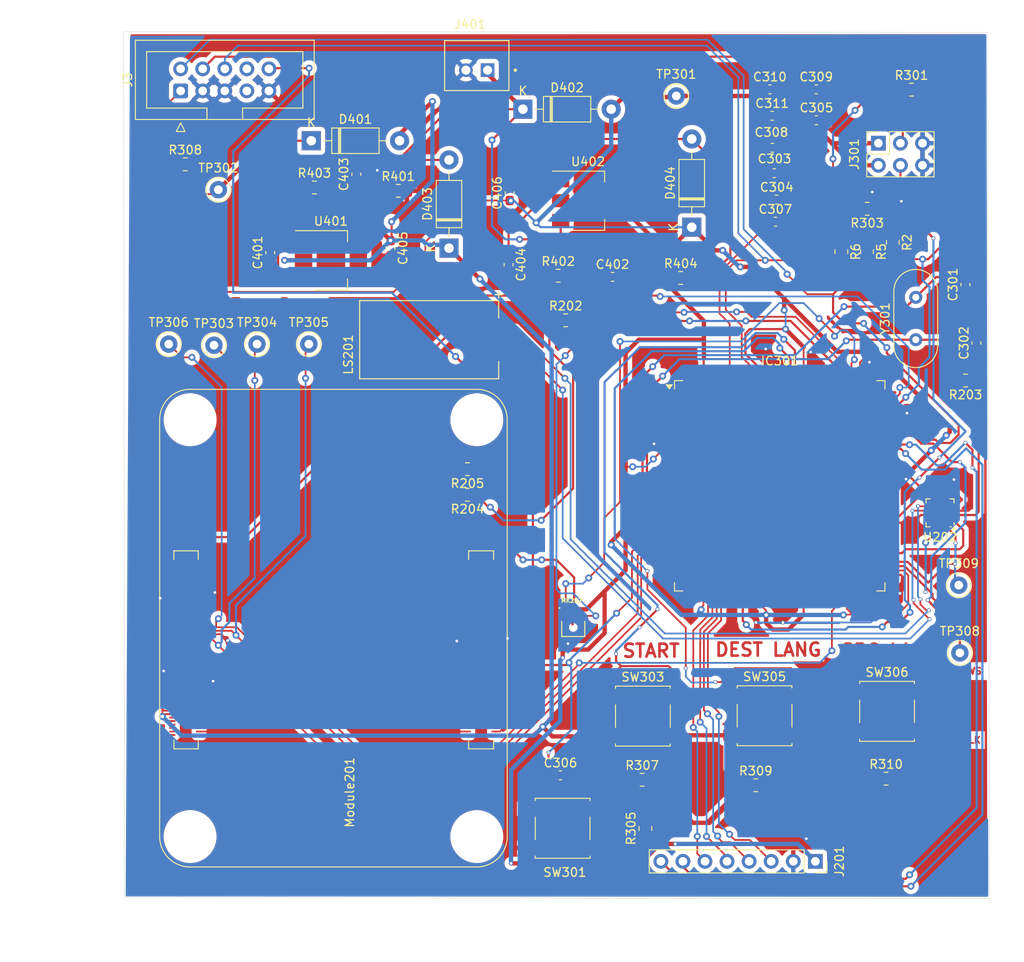
<source format=kicad_pcb>
(kicad_pcb (version 20241229) (generator "pcbnew") (generator_version "9.0")
  (layers (0 "F.Cu" signal) (2 "B.Cu" signal) (13 "F.Paste" user) (15 "B.Paste" user) (5 "F.SilkS" user "F.Silkscreen") (7 "B.SilkS" user "B.Silkscreen") (1 "F.Mask" user) (3 "B.Mask" user) (25 "Edge.Cuts" user))
  (net 0 "")
  (net 1 "GND")
  (net 2 "/MCU/NRST")
  (net 3 "/PowerSS/REG_IN")
  (net 4 "Net-(D403-A)")
  (net 5 "Net-(D404-A)")
  (net 6 "+5V")
  (net 7 "+3.3V")
  (net 8 "/IO Circuits/LCD_Data{slash}Command")
  (net 9 "/IO Circuits/LCD_RST")
  (net 10 "/IO Circuits/SPI1_NSS")
  (net 11 "/IO Circuits/SPI1_MOSI")
  (net 12 "/IO Circuits/SPI_MISO")
  (net 13 "/IO Circuits/SPI1_SCK")
  (net 14 "BOOT0")
  (net 16 "/IO Circuits/MIC_I2S3_SD")
  (net 25 "/MCU/OSC_OUT")
  (net 26 "/MCU/OSC_IN")
  (net 29 "/IO Circuits/MIC_I2S3_WS")
  (net 43 "/IO Circuits/MIC_I2S3_SCK")
  (net 49 "/IO Circuits/SPI4_MOSI")
  (net 83 "/MCU/JTMS{slash}SWDIO")
  (net 85 "/IO Circuits/SPI4_CSn")
  (net 107 "BOOT1")
  (net 130 "Net-(IC301-PA11)")
  (net 135 "/IO Circuits/AMP_I2S2_WS")
  (net 136 "/IO Circuits/AMP_I2S2_CK")
  (net 139 "Net-(IC301-PD7)")
  (net 151 "/IO Circuits/AMP_I2S2_SD")
  (net 152 "/IO Circuits/OUTP")
  (net 153 "/IO Circuits/OUTN")
  (net 229 "/MCU/JTDO{slash}TRACESWO")
  (net 248 "/MCU/JTCK{slash}SWCLK")
  (net 250 "/IO Circuits/SPI4_SCLK")
  (net 254 "Net-(IC301-PG9)")
  (net 282 "/IO Circuits/SPI4_MISO")
  (net 301 "Net-(U202-GAIN_SLOT)")
  (net 304 "Net-(MK202-DATA_OUT)")
  (footprint "Button_Switch_SMD:SW_SPST_B3S-1000" (layer "F.Cu") (at 137.503 133.767)
    (property "Reference" "SW303")
    (property "Value" "SW_Push")
  )
  (footprint "TestPoint:TestPoint_Keystone_5000-5004_Miniature" (layer "F.Cu") (at 173.863 118.6942)
    (property "Reference" "TP309")
    (property "Value" "3.3V")
  )
  (footprint "Diode_THT:D_DO-41_SOD81_P10.16mm_Horizontal" (layer "F.Cu") (at 115.189 79.883 90)
    (property "Reference" "D403")
    (property "Value" "1N4002")
  )
  (footprint "Resistor_SMD:R_0805_2012Metric_Pad1.20x1.40mm_HandSolder" (layer "F.Cu") (at 163.322 75.348 180)
    (property "Reference" "R303")
    (property "Value" "10k")
  )
  (footprint "Connector_PinSocket_2.54mm:PinSocket_1x08_P2.54mm_Vertical" (layer "F.Cu") (at 157.353 150.495 -90)
    (property "Reference" "J201")
    (property "Value" "Conn_01x08_Male")
  )
  (footprint "Capacitor_SMD:C_0603_1608Metric_Pad1.08x0.95mm_HandSolder" (layer "F.Cu") (at 94.615 80.391 90)
    (property "Reference" "C401")
    (property "Value" "0.1uF")
  )
  (footprint "Resistor_SMD:R_0805_2012Metric_Pad1.20x1.40mm_HandSolder" (layer "F.Cu") (at 84.836 70.231)
    (property "Reference" "R308")
    (property "Value" "10k")
  )
  (footprint "Button_Switch_SMD:SW_SPST_B3S-1000" (layer "F.Cu") (at 128.27 146.685 180)
    (property "Reference" "SW301")
    (property "Value" "SW_Push")
  )
  (footprint "Package_TO_SOT_SMD:SOT-223-3_TabPin2" (layer "F.Cu") (at 101.6 81.28)
    (property "Reference" "U401")
    (property "Value" "LM317_SOT-223")
  )
  (footprint "TestPoint:TestPoint_Keystone_5000-5004_Miniature" (layer "F.Cu") (at 82.931 90.932)
    (property "Reference" "TP306")
    (property "Value" "SPI4_SCLK")
  )
  (footprint "TestPoint:TestPoint_Keystone_5000-5004_Miniature" (layer "F.Cu") (at 141.351 62.357)
    (property "Reference" "TP301")
    (property "Value" "3.3V")
  )
  (footprint "CMS_16098A_SP(Speaker):CUI_CMS-16098A-SP" (layer "F.Cu") (at 112.903 90.424 90)
    (property "Reference" "LS201")
    (property "Value" "CMS-16098A-SP")
  )
  (footprint "Capacitor_SMD:C_0603_1608Metric_Pad1.08x0.95mm_HandSolder" (layer "F.Cu") (at 157.4535 61.595)
    (property "Reference" "C309")
    (property "Value" "4.7u")
  )
  (footprint "Package_TO_SOT_SMD:SOT-223-3_TabPin2" (layer "F.Cu") (at 131.191 74.422)
    (property "Reference" "U402")
    (property "Value" "LM317_SOT-223")
  )
  (footprint "Capacitor_SMD:C_0603_1608Metric_Pad1.08x0.95mm_HandSolder" (layer "F.Cu") (at 152.7545 76.835)
    (property "Reference" "C307")
    (property "Value" "100n")
  )
  (footprint "Diode_THT:D_DO-41_SOD81_P10.16mm_Horizontal" (layer "F.Cu") (at 99.3394 67.5132)
    (property "Reference" "D401")
    (property "Value" "1N4002")
  )
  (footprint "Resistor_SMD:R_0805_2012Metric_Pad1.20x1.40mm_HandSolder" (layer "F.Cu") (at 117.3132 108.2802 180)
    (property "Reference" "R204")
    (property "Value" "51")
  )
  (footprint "Resistor_SMD:R_0805_2012Metric_Pad1.20x1.40mm_HandSolder" (layer "F.Cu") (at 137.795 146.701 90)
    (property "Reference" "R305")
    (property "Value" "10k")
  )
  (footprint "Resistor_SMD:R_0805_2012Metric_Pad1.20x1.40mm_HandSolder" (layer "F.Cu") (at 163.2966 80.2894 -90)
    (property "Reference" "R5")
    (property "Value" "100k")
  )
  (footprint "TestPoint:TestPoint_Keystone_5000-5004_Miniature" (layer "F.Cu") (at 88.138 91.059)
    (property "Reference" "TP303")
    (property "Value" "SPI4_CSn")
  )
  (footprint "Capacitor_SMD:C_0603_1608Metric_Pad1.08x0.95mm_HandSolder" (layer "F.Cu") (at 152.6275 71.247)
    (property "Reference" "C303")
    (property "Value" "100n")
  )
  (footprint "Capacitor_SMD:C_0603_1608Metric_Pad1.08x0.95mm_HandSolder" (layer "F.Cu") (at 122.047 81.788 -90)
    (property "Reference" "C404")
    (property "Value" "10u")
  )
  (footprint "Capacitor_SMD:C_0603_1608Metric_Pad1.08x0.95mm_HandSolder" (layer "F.Cu") (at 104.521 71.374 90)
    (property "Reference" "C403")
    (property "Value" "10u")
  )
  (footprint "Diode_THT:D_DO-41_SOD81_P10.16mm_Horizontal" (layer "F.Cu") (at 143.129 77.47 90)
    (property "Reference" "D404")
    (property "Value" "1N4002")
  )
  (footprint "Capacitor_SMD:C_0603_1608Metric_Pad1.08x0.95mm_HandSolder" (layer "F.Cu") (at 174.625 84.074 90)
    (property "Reference" "C301")
    (property "Value" "20p")
  )
  (footprint "Capacitor_SMD:C_0603_1608Metric_Pad1.08x0.95mm_HandSolder" (layer "F.Cu") (at 175.895 90.805 90)
    (property "Reference" "C302")
    (property "Value" "20p")
  )
  (footprint "Capacitor_SMD:C_0603_1608Metric_Pad1.08x0.95mm_HandSolder" (layer "F.Cu") (at 134.0115 83.185)
    (property "Reference" "C402")
    (property "Value" "0.1uF")
  )
  (footprint "Resistor_SMD:R_0805_2012Metric_Pad1.20x1.40mm_HandSolder" (layer "F.Cu") (at 137.414 141.097)
    (property "Reference" "R307")
    (property "Value" "10k")
  )
  (footprint "Button_Switch_SMD:SW_SPST_B3S-1000" (layer "F.Cu") (at 165.608 133.223)
    (property "Reference" "SW306")
    (property "Value" "SW_Push")
  )
  (footprint "Resistor_SMD:R_0805_2012Metric_Pad1.20x1.40mm_HandSolder" (layer "F.Cu") (at 117.3132 105.3302 180)
    (property "Reference" "R205")
    (property "Value" "100k")
  )
  (footprint "TestPoint:TestPoint_Keystone_5000-5004_Miniature" (layer "F.Cu") (at 99.06 90.932)
    (property "Reference" "TP305")
    (property "Value" "SPI4_MISO")
  )
  (footprint "TestPoint:TestPoint_Keystone_5000-5004_Miniature" (layer "F.Cu") (at 173.99 126.492)
    (property "Reference" "TP308")
    (property "Value" "I2S_CLK")
  )
  (footprint "Capacitor_SMD:C_0603_1608Metric_Pad1.08x0.95mm_HandSolder" (layer "F.Cu") (at 152.3735 64.643)
    (property "Reference" "C311")
    (property "Value" "1u")
  )
  (footprint "TestPoint:TestPoint_Keystone_5000-5004_Miniature" (layer "F.Cu") (at 88.646 73.152)
    (property "Reference" "TP302")
    (property "Value" "5V")
  )
  (footprint "CM5IO:Raspberry-Pi-5-Compute-Module" (layer "F.Cu") (at 85.388 147.64)
    (property "Reference" "Module201")
    (property "Value" "ComputeModule5-CM5")
  )
  (footprint "Capacitor_SMD:C_0603_1608Metric_Pad1.08x0.95mm_HandSolder" (layer "F.Cu") (at 152.1195 61.595)
    (property "Reference" "C310")
    (property "Value" "10n")
  )
  (footprint "Button_Switch_SMD:SW_SPST_B3S-1000" (layer "F.Cu") (at 151.511 133.731)
    (property "Reference" "SW305")
    (property "Value" "SW_Push")
  )
  (footprint "Resistor_SMD:R_0805_2012Metric_Pad1.20x1.40mm_HandSolder" (layer "F.Cu") (at 174.641 95.123 180)
    (property "Reference" "R203")
    (property "Value" "100k")
  )
  (footprint "Connector_PinSocket_2.54mm:PinSocket_2x03_P2.54mm_Vertical" (layer "F.Cu") (at 164.607 67.798 90)
    (property "Reference" "J301")
    (property "Value" "Conn_02x03_Odd_Even")
  )
  (footprint "Connector_IDC:IDC-Header_2x05_P2.54mm_Vertical" (layer "F.Cu") (at 84.3026 61.7728 90)
    (property "Reference" "J3")
    (property "Value" "Conn_ARM_JTAG_SWD_10")
  )
  (footprint "Capacitor_SMD:C_0603_1608Metric_Pad1.08x0.95mm_HandSolder" (layer "F.Cu") (at 152.908 74.295)
    (property "Reference" "C304")
    (property "Value" "100n")
  )
  (footprint "Crystal:Crystal_HC49-U_Vertical" (layer "F.Cu") (at 168.91 90.424 90)
    (property "Reference" "Y301")
    (property "Value" "Crystal")
  )
  (footprint "Resistor_SMD:R_0805_2012Metric_Pad1.20x1.40mm_HandSolder" (layer "F.Cu") (at 109.347 73.279)
    (property "Reference" "R401")
    (property "Value" "1k")
  )
  (footprint "Resistor_SMD:R_0805_2012Metric_Pad1.20x1.40mm_HandSolder" (layer "F.Cu") (at 128.6256 88.1888)
    (property "Reference" "R202")
    (property "Value" "100k")
  )
  (footprint "Package_DFN_QFN:TQFN-16-1EP_3x3mm_P0.5mm_EP1.23x1.23mm" (layer "F.Cu") (at 171.704 110.363 180)
    (property "Reference" "U202")
    (property "Value" "MAX98357AETE_T")
  )
  (footprint "Package_QFP:LQFP-176_24x24mm_P0.5mm" (layer "F.Cu") (at 153.252 107.248)
    (property "Reference" "IC301")
    (property "Value" "STM32F407IET6")
  )
  (footprint "Resistor_SMD:R_0805_2012Metric_Pad1.20x1.40mm_HandSolder" (layer "F.Cu") (at 166.2684 79.2226 -90)
    (property "Reference" "R2")
    (property "Value" "100k")
  )
  (footprint "Resistor_SMD:R_0805_2012Metric_Pad1.20x1.40mm_HandSolder" (layer "F.Cu") (at 165.497 140.97)
    (property "Reference" "R310")
    (property "Value" "10k")
  )
  (footprint "Resistor_SMD:R_0805_2012Metric_Pad1.20x1.40mm_HandSolder" (layer "F.Cu") (at 150.495 141.732)
    (property "Reference" "R309")
    (property "Value" "10k")
  )
  (footprint "Resistor_SMD:R_0805_2012Metric_Pad1.20x1.40mm_HandSolder" (layer "F.Cu") (at 99.695 72.898)
    (property "Reference" "R403")
    (property "Value" "330")
  )
  (footprint "TestPoint:TestPoint_Keystone_5000-5004_Miniature" (layer "F.Cu") (at 93.091 90.932)
    (property "Reference" "TP304")
    (property "Value" "SPI4_MOSI")
  )
  (footprint "Diode_THT:D_DO-41_SOD81_P10.16mm_Horizontal" (layer "F.Cu") (at 123.698 63.881)
    (property "Reference" "D402")
    (property "Value" "1N4002")
  )
  (footprint "Resistor_SMD:R_0805_2012Metric_Pad1.20x1.40mm_HandSolder" (layer "F.Cu") (at 168.418 61.632)
    (property "Reference" "R301")
    (property "Value" "10k")
  )
  (footprint "Capacitor_SMD:C_0603_1608Metric_Pad1.08x0.95mm_HandSolder" (layer "F.Cu") (at 128.016 140.589)
    (property "Reference" "C306")
    (property "Value" "1u")
  )
  (footprint "Capacitor_SMD:C_0603_1608Metric_Pad1.08x0.95mm_HandSolder" (layer "F.Cu") (at 157.48 65.151)
    (property "Reference" "C305")
    (property "Value" "100n")
  )
  (footprint "SPH0645LM4H-B(Microphone):MIC_SPH0645LM4H-B" (layer "F.Cu") (at 129.4902 123.5583)
    (property "Reference" "MK202")
    (property "Value" "SPH0645LM4H-B")
  )
  (footprint "Capacitor_SMD:C_0603_1608Metric_Pad1.08x0.95mm_HandSolder" (layer "F.Cu") (at 122.174 73.533 90)
    (property "Reference" "C406")
    (property "Value" "1uF")
  )
  (footprint "Capacitor_SMD:C_0603_1608Metric_Pad1.08x0.95mm_HandSolder" (layer "F.Cu") (at 152.4 68.326)
    (property "Reference" "C308")
    (property "Value" "100n")
  )
  (footprint "Resistor_SMD:R_0805_2012Metric_Pad1.20x1.40mm_HandSolder" (layer "F.Cu") (at 141.859 83.312)
    (property "Reference" "R404")
    (property "Value" "330")
  )
  (footprint "Capacitor_SMD:C_0603_1608Metric_Pad1.08x0.95mm_HandSolder" (layer "F.Cu") (at 108.458 79.883 -90)
    (property "Reference" "C405")
    (property "Value" "1uF")
  )
  (footprint "Resistor_SMD:R_0805_2012Metric_Pad1.20x1.40mm_HandSolder" (layer "F.Cu") (at 127.762 83.058)
    (property "Reference" "R402")
    (property "Value" "542")
  )
  (footprint "Resistor_SMD:R_0805_2012Metric_Pad1.20x1.40mm_HandSolder" (layer "F.Cu") (at 160.3466 80.2894 -90)
    (property "Reference" "R6")
    (property "Value" "100k")
  )
  (footprint "Battery Connector(JST-XH):JST_B2B-XH-A" (layer "F.Cu") (at 118.384 58.8602)
    (property "Reference" "J401")
    (property "Value" "B2B-XH-A")
  )
  (gr_line (start 77.752702 54.928039) (end 77.8256 154.6606) (stroke (width 0.05)) (layer "Edge.Cuts"))
  (gr_line (start 177.154734 55.0545) (end 177.419 154.7622) (stroke (width 0.05)) (layer "Edge.Cuts"))
  (gr_line (start 177.419 154.7622) (end 77.8256 154.6606) (stroke (width 0.05)) (layer "Edge.Cuts"))
  (gr_line (start 177.154734 55.0545) (end 77.752702 54.927677) (stroke (width 0.05)) (layer "Edge.Cuts"))
  (gr_text "CM5_SCLK\n\n" (at 80.645 87.63 0) (layer "F.Cu") (effects (font (size 0.5 0.5) (thickness 0.125) (bold yes)) (justify left bottom)))
  (gr_text "DEST LANG\n" (at 145.669 127 0) (layer "F.Cu") (effects (font (size 1.5 1.5) (thickness 0.3) (bold yes)) (justify left bottom)))
  (gr_text "SRC LANG\n" (at 160.147 127.127 0) (layer "F.Cu") (effects (font (size 1.5 1.5) (thickness 0.3) (bold yes)) (justify left bottom)))
  (gr_text "NRST\n" (at 131.826 153.416 0) (layer "F.Cu") (effects (font (size 1.5 1.5) (thickness 0.3) (bold yes)) (justify left bottom)))
  (gr_text "CM5_CSn\n\n\n" (at 86.233 88.265 0) (layer "F.Cu") (effects (font (size 0.5 0.5) (thickness 0.125) (bold yes)) (justify left bottom)))
  (gr_text "3.3V \n" (at 142.748 65.151 0) (layer "F.Cu") (effects (font (size 0.75 0.75) (thickness 0.1875) (bold yes)) (justify left bottom)))
  (gr_text "AMP_WS\n" (at 171.958 129.032 0) (layer "F.Cu") (effects (font (size 0.75 0.75) (thickness 0.1875) (bold yes)) (justify left bottom)))
  (gr_text "AMP_CLK\n\n" (at 171.323 138.176 0) (layer "F.Cu") (effects (font (size 0.75 0.75) (thickness 0.1875) (bold yes)) (justify left bottom)))
  (gr_text "CM5_MOSI\n\n" (at 91.567 87.63 0) (layer "F.Cu") (effects (font (size 0.5 0.5) (thickness 0.125) (bold yes)) (justify left bottom)))
  (gr_text "CM5_MISO\n\n" (at 97.028 87.63 0) (layer "F.Cu") (effects (font (size 0.5 0.5) (thickness 0.125) (bold yes)) (justify left bottom)))
  (gr_text "START\n" (at 135.001 127.127 0) (layer "F.Cu") (effects (font (size 1.5 1.5) (thickness 0.3) (bold yes)) (justify left bottom)))
  (segment (start 116.078 131.3688) (end 116.078 132.6388) (width 0.2) (layer "F.Cu") (net 1))
  (segment (start 82.804 126.74) (end 82.7084 126.74) (width 0.2) (layer "F.Cu") (net 1))
  (segment (start 117.348 134.34) (end 116.6616 134.34) (width 0.2) (layer "F.Cu") (net 1))
  (segment (start 82.5612 117.54) (end 81.9404 118.1608) (width 0.2) (layer "F.Cu") (net 1))
  (segment (start 116.078 129.9464) (end 116.078 131.3688) (width 0.2) (layer "F.Cu") (net 1))
  (segment (start 121.0756 130.74) (end 121.92 129.8956) (width 0.2) (layer "F.Cu") (net 1))
  (segment (start 121.2856 134.34) (end 121.92 133.7056) (width 0.2) (layer "F.Cu") (net 1))
  (segment (start 116.6864 119.94) (end 116.078 120.5484) (width 0.2) (layer "F.Cu") (net 1))
  (segment (start 171.704 110.363) (end 171.45 110.363) (width 0.25) (layer "F.Cu") (net 1))
  (segment (start 116.078 126.5428) (end 116.078 127.7112) (width 0.2) (layer "F.Cu") (net 1))
  (segment (start 151.502 91.6268) (end 151.638 91.4908) (width 0.25) (layer "F.Cu") (net 1))
  (segment (start 82.296 130.1496) (end 82.296 128.5748) (width 0.2) (layer "F.Cu") (net 1))
  (segment (start 116.6492 131.94) (end 116.078 131.3688) (width 0.2) (layer "F.Cu") (net 1))
  (segment (start 156.502 92.164) (end 156.8196 91.8464) (width 0.25) (layer "F.Cu") (net 1))
  (segment (start 83.348 130.34) (end 82.4864 130.34) (width 0.2) (layer "F.Cu") (net 1))
  (segment (start 88.9832 124.34) (end 89.7128 125.0696) (width 0.2) (layer "F.Cu") (net 1))
  (segment (start 87.384 116.34) (end 88.2396 117.1956) (width 0.2) (layer "F.Cu") (net 1))
  (segment (start 117.348 129.54) (end 116.84 129.54) (width 0.2) (layer "F.Cu") (net 1))
  (segment (start 171.196 110.617) (end 170.2705 110.617) (width 0.25) (layer "F.Cu") (net 1))
  (segment (start 120.428 127.14) (end 121.3228 127.14) (width 0.2) (layer "F.Cu") (net 1))
  (segment (start 82.6964 126.74) (end 82.804 126.74) (width 0.2) (layer "F.Cu") (net 1))
  (segment (start 167.1804 117.498) (end 167.4876 117.8052) (width 0.25) (layer "F.Cu") (net 1))
  (segment (start 121.92 120.4976) (end 121.92 121.666) (width 0.2) (layer "F.Cu") (net 1))
  (segment (start 120.428 133.14) (end 121.2664 133.14) (width 0.2) (layer "F.Cu") (net 1))
  (segment (start 88.0364 129.54) (end 88.0364 129.7432) (width 0.2) (layer "F.Cu") (net 1))
  (segment (start 163.002 94.573) (end 163.002 93.5888) (width 0.25) (layer "F.Cu") (net 1))
  (segment (start 116.8072 121.14) (end 116.078 121.8692) (width 0.2) (layer "F.Cu") (net 1))
  (segment (start 121.92 126.5428) (end 121.92 127.4572) (width 0.2) (layer "F.Cu") (net 1))
  (segment (start 120.428 130.74) (end 121.0756 130.74) (width 0.2) (layer "F.Cu") (net 1))
  (segment (start 104.521 70.5115) (end 106.5287 70.5115) (width 0.25) (layer "F.Cu") (net 1))
  (segment (start 156.502 94.573) (end 156.502 92.164) (width 0.25) (layer "F.Cu") (net 1))
  (segment (start 121.92 132.4864) (end 121.92 133.7056) (width 0.2) (layer "F.Cu") (net 1))
  (segment (start 139.3708 102.998) (end 138.7856 102.4128) (width 0.25) (layer "F.Cu") (net 1))
  (segment (start 87.6504 118.74) (end 88.2396 119.3292) (width 0.2) (layer "F.Cu") (net 1))
  (segment (start 121.92 121.666) (end 121.92 123.19) (width 0.2) (layer "F.Cu") (net 1))
  (segment (start 167.4876 117.8052) (end 167.4876 119.2276) (width 0.25) (layer "F.Cu") (net 1))
  (segment (start 82.296 128.1684) (end 82.296 128.524) (width 0.2) (layer "F.Cu") (net 1))
  (segment (start 167.4876 119.2276) (end 167.0812 119.634) (width 0.25) (layer "F.Cu") (net 1))
  (segment (start 81.9404 122.2756) (end 82.4048 122.74) (width 0.2) (layer "F.Cu") (net 1))
  (segment (start 116.078 135.128) (end 116.49 135.54) (width 0.2) (layer "F.Cu") (net 1))
  (segment (start 86.428 129.14) (end 87.6364 129.14) (width 0.2) (layer "F.Cu") (net 1))
  (segment (start 120.428 117.54) (end 121.1468 117.54) (width 0.2) (layer "F.Cu") (net 1))
  (segment (start 116.5724 122.34) (end 116.078 122.8344) (width 0.2) (layer "F.Cu") (net 1))
  (segment (start 121.3228 127.14) (end 121.92 126.5428) (width 0.2) (layer "F.Cu") (net 1))
  (segment (start 88.0364 128.1684) (end 88.0364 129.54) (width 0.2) (layer "F.Cu") (net 1))
  (segment (start 83.348 124.74) (end 82.7272 124.74) (width 0.2) (layer "F.Cu") (net 1))
  (segment (start 120.428 131.94) (end 121.044 131.94) (width 0.2) (layer "F.Cu") (net 1))
  (segment (start 81.9404 119.2784) (end 81.9404 120.1928) (width 0.2) (layer "F.Cu") (net 1))
  (segment (start 120.428 125.94) (end 121.6084 125.94) (width 0.2) (layer "F.Cu") (net 1))
  (segment (start 88.2396 117.1956) (end 88.2396 118.364) (width 0.2) (layer "F.Cu") (net 1))
  (segment (start 116.078 124.206) (end 116.078 125.1204) (width 0.2) (layer "F.Cu") (net 1))
  (segment (start 82.296 127.1524) (end 82.296 128.1684) (width 0.2) (layer "F.Cu") (net 1))
  (segment (start 165.927 111.498) (end 168.6132 111.498) (width 0.25) (layer "F.Cu") (net 1))
  (segment (start 116.078 128.778) (end 116.078 129.9464) (width 0.2) (layer "F.Cu") (net 1))
  (segment (start 82.7084 126.74) (end 82.296 127.1524) (width 0.2) (layer "F.Cu") (net 1))
  (segment (start 117.348 117.54) (end 116.7496 117.54) (width 0.2) (layer "F.Cu") (net 1))
  (segment (start 116.078 122.8344) (end 116.078 124.206) (width 0.2) (layer "F.Cu") (net 1))
  (segment (start 169.4942 110.617) (end 170.2625 110.617) (width 0.25) (layer "F.Cu") (net 1))
  (segment (start 163.9062 73.4176) (end 162.322 75.0018) (width 0.2) (layer "F.Cu") (net 1))
  (segment (start 82.4048 122.74) (end 83.348 122.74) (width 0.2) (layer "F.Cu") (net 1))
  (segment (start 117.348 130.74) (end 116.8716 130.74) (width 0.2) (layer "F.Cu") (net 1))
  (segment (start 86.428 126.34) (end 87.2748 126.34) (width 0.2) (layer "F.Cu") (net 1))
  (segment (start 117.348 128.34) (end 116.7068 128.34) (width 0.2) (layer "F.Cu") (net 1))
  (segment (start 88.0364 129.7432) (end 88.0364 131.2672) (width 0.2) (layer "F.Cu") (net 1))
  (segment (start 116.7068 128.34) (end 116.078 127.7112) (width 0.2) (layer "F.Cu") (net 1))
  (segment (start 88.2396 119.5324) (end 88.2396 119.8372) (width 0.2) (layer "F.Cu") (net 1))
  (segment (start 171.954 110.113) (end 171.704 110.363) (width 0.25) (layer "F.Cu") (net 1))
  (segment (start 168.6132 111.498) (end 169.4942 110.617) (width 0.25) (layer "F.Cu") (net 1))
  (segment (start 120.428 134.34) (end 121.2856 134.34) (width 0.2) (layer "F.Cu") (net 1))
  (segment (start 116.5792 133.14) (end 116.078 132.6388) (width 0.2) (layer "F.Cu") (net 1))
  (segment (start 82.4864 130.34) (end 82.296 130.1496) (width 0.2) (layer "F.Cu") (net 1))
  (segment (start 121.92 123.19) (end 121.92 123.8504) (width 0.2) (layer "F.Cu") (net 1))
  (segment (start 154.813 150.495) (end 154.813 149.3774) (width 0.25) (layer "F.Cu") (net 1))
  (segment (start 121.0508 135.54) (end 120.428 135.54) (width 0.2) (layer "F.Cu") (net 1))
  (segment (start 88.2396 119.8372) (end 88.2396 121.5644) (width 0.2) (layer "F.Cu") (net 1))
  (segment (start 116.84 129.54) (end 116.078 128.778) (width 0.2) (layer "F.Cu") (net 1))
  (segment (start 121.07 122.34) (end 121.92 123.19) (width 0.2) (layer "F.Cu") (net 1))
  (segment (start 120.428 122.34) (end 121.07 122.34) (width 0.2) (layer "F.Cu") (net 1))
  (segment (start 167.894 98.8822) (end 167.7286 98.8822) (width 0.25) (layer "F.Cu") (net 1))
  (segment (start 82.7272 124.74) (end 82.3468 125.1204) (width 0.2) (layer "F.Cu") (net 1))
  (segment (start 83.348 118.74) (end 82.4788 118.74) (width 0.2) (layer "F.Cu") (net 1))
  (segment (start 116.078 120.5484) (end 116.078 121.8692) (width 0.2) (layer "F.Cu") (net 1))
  (segment (start 170.2625 110.617) (end 170.2665 110.613) (width 0.25) (layer "F.Cu") (net 1))
  (segment (start 165.927 117.498) (end 167.1804 117.498) (width 0.25) (layer "F.Cu") (net 1))
  (segment (start 121.92 127.4572) (end 121.92 128.5748) (width 0.2) (layer "F.Cu") (net 1))
  (segment (start 116.6616 134.34) (end 116.078 133.7564) (width 0.2) (layer "F.Cu") (net 1))
  (segment (start 121.394 121.14) (end 121.92 121.666) (width 0.2) (layer "F.Cu") (net 1))
  (segment (start 121.0372 128.34) (end 121.92 127.4572) (width 0.2) (layer "F.Cu") (net 1))
  (segment (start 121.92 133.7056) (end 121.92 134.6708) (width 0.2) (layer "F.Cu") (net 1))
  (segment (start 116.49 135.54) (end 117.348 135.54) (width 0.2) (layer "F.Cu") (net 1))
  (segment (start 88.0364 127.1016) (end 88.0364 128.1684) (width 0.2) (layer "F.Cu") (net 1))
  (segment (start 81.9404 118.1608) (end 81.9404 119.2784) (width 0.2) (layer "F.Cu") (net 1))
  (segment (start 121.6084 125.94) (end 121.92 125.6284) (width 0.2) (layer "F.Cu") (net 1))
  (segment (start 151.502 94.573) (end 151.502 91.6268) (width 0.25) (layer "F.Cu") (net 1))
  (segment (start 82.3468 125.1204) (end 82.3468 126.3904) (width 0.2) (layer "F.Cu") (net 1))
  (segment (start 121.92 124.8156) (end 121.92 125.0188) (width 0.2) (layer "F.Cu") (net 1))
  (segment (start 116.078 132.6388) (end 116.078 133.7564) (width 0.2) (layer "F.Cu") (net 1))
  (segment (start 86.428 127.94) (end 87.808 127.94) (width 0.2) (layer "F.Cu") (net 1))
  (segment (start 87.7368 120.34) (end 88.2396 119.8372) (width 0.2) (layer "F.Cu") (net 1))
  (segment (start 121.6096 123.54) (end 121.92 123.8504) (width 0.2) (layer "F.Cu") (net 1))
  (segment (start 116.078 119.4308) (end 116.078 120.5484) (width 0.2) (layer "F.Cu") (net 1))
  (segment (start 116.078 125.1204) (end 116.078 126.5428) (width 0.2) (layer "F.Cu") (net 1))
  (segment (start 150.502 122.9036) (end 150.4696 122.936) (width 0.25) (layer "F.Cu") (net 1))
  (segment (start 117.348 131.94) (end 116.6492 131.94) (width 0.2) (layer "F.Cu") (net 1))
  (segment (start 129.413 123.5456) (end 129.413 123.1291) (width 0.25) (layer "F.Cu") (net 1))
  (segment (start 117.348 122.34) (end 116.5724 122.34) (width 0.2) (layer "F.Cu") (net 1))
  (segment (start 87.2748 126.34) (end 88.0364 127.1016) (width 0.2) (layer "F.Cu") (net 1))
  (segment (start 116.078 127.7112) (end 116.078 128.778) (width 0.2) (layer "F.Cu") (net 1))
  (segment (start 117.348 121.14) (end 116.8072 121.14) (width 0.2) (layer "F.Cu") (net 1))
  (segment (start 121.2664 133.14) (end 121.92 132.4864) (width 0.2) (layer "F.Cu") (net 1))
  (segment (start 163.002 93.5888) (end 163.576 93.0148) (width 0.25) (layer "F.Cu") (net 1))
  (segment (start 121.28 118.74) (end 121.92 119.38) (width 0.2) (layer "F.Cu") (net 1))
  (segment (start 170.2705 110.617) (end 170.2665 110.613) (width 0.25) (layer "F.Cu") (net 1))
  (segment (start 117.348 123.54) (end 116.744 123.54) (width 0.2) (layer "F.Cu") (net 1))
  (segment (start 171.704 110.363) (end 171.954 110.613) (width 0.25) (layer "F.Cu") (net 1))
  (segment (start 116.744 123.54) (end 116.078 124.206) (width 0.2) (layer "F.Cu") (net 1))
  (segment (start 121.92 125.6284) (end 121.92 126.5428) (width 0.2) (layer "F.Cu") (net 1))
  (segment (start 87.464 122.34) (end 86.428 122.34) (width 0.2) (layer "F.Cu") (net 1))
  (segment (start 121.92 129.8956) (end 121.92 131.064) (width 0.2) (layer "F.Cu") (net 1))
  (segment (start 82.804 126.74) (end 83.348 126.74) (width 0.2) (layer "F.Cu") (net 1))
  (segment (start 120.428 129.54) (end 120.9548 129.54) (width 0.2) (layer "F.Cu") (net 1))
  (segment (start 82.3468 126.3904) (end 82.6964 126.74) (width 0.2) (layer "F.Cu") (net 1))
  (segment (start 173.1415 110.113) (end 174.9766 110.113) (width 0.25) (layer "F.Cu") (net 1))
  (segment (start 169.687 70.338) (end 169.687 72.0564) (width 0.2) (layer "F.Cu") (net 1))
  (segment (start 120.9548 129.54) (end 121.92 128.5748) (width 0.2) (layer "F.Cu") (net 1))
  (segment (start 87.5228 135.54) (end 86.428 135.54) (width 0.2) (layer "F.Cu") (net 1))
  (segment (start 174.9766 110.113) (end 175.2092 109.8804) (width 0.25) (layer "F.Cu") (net 1))
  (segment (start 82.296 128.524) (end 82.296 128.5748) (width 0.2) (layer "F.Cu") (net 1))
  (segment (start 121.3624 119.94) (end 121.92 120.4976) (width 0.2) (layer "F.Cu") (net 1))
  (segment (start 121.92 123.8504) (end 121.92 124.8156) (width 0.2) (layer "F.Cu") (net 1))
  (segment (start 86.428 130.74) (end 87.5092 130.74) (width 0.2) (layer "F.Cu") (net 1))
  (segment (start 88.0364 131.2672) (end 88.0364 135.0264) (width 0.2) (layer "F.Cu") (net 1))
  (segment (start 83.348 120.74) (end 82.4876 120.74) (width 0.2) (layer "F.Cu") (net 1))
  (segment (start 121.1468 117.54) (end 121.92 118.3132) (width 0.2) (layer "F.Cu") (net 1))
  (segment (start 167.7286 98.8822) (end 167.1128 99.498) (width 0.25) (layer "F.Cu") (net 1))
  (segment (start 162.322 75.0018) (end 162.322 75.348) (width 0.2) (layer "F.Cu") (net 1))
  (segment (start 116.6752 127.14) (end 116.078 126.5428) (width 0.2) (layer "F.Cu") (net 1))
  (segment (start 169.687 72.0564) (end 167.259 74.4844) (width 0.2) (layer "F.Cu") (net 1))
  (segment (start 86.428 124.34) (end 88.9832 124.34) (width 0.2) (layer "F.Cu") (net 1))
  (segment (start 167.1128 99.498) (end 165.927 99.498) (width 0.25) (layer "F.Cu") (net 1))
  (segment (start 155.502 121.0532) (end 153.5684 122.9868) (width 0.25) (layer "F.Cu") (net 1))
  (segment (start 83.348 117.54) (end 82.5612 117.54) (width 0.2) (layer "F.Cu") (net 1))
  (segment (start 150.502 119.923) (end 150.502 122.9036) (width 0.25) (layer "F.Cu") (net 1))
  (segment (start 82.4876 120.74) (end 81.9404 120.1928) (width 0.2) (layer "F.Cu") (net 1))
  (segment (start 171.954 110.613) (end 171.954 111.8005) (width 0.25) (layer "F.Cu") (net 1))
  (segment (start 167.3136 105.998) (end 167.6908 106.3752) (width 0.25) (layer "F.Cu") (net 1))
  (segment (start 88.0364 135.0264) (end 87.5228 135.54) (width 0.2) (layer "F.Cu") (net 1))
  (segment (start 83.348 127.94) (end 82.5244 127.94) (width 0.2) (layer "F.Cu") (net 1))
  (segment (start 82.5244 127.94) (end 82.296 128.1684) (width 0.2) (layer "F.Cu") (net 1))
  (segment (start 86.428 117.54) (end 87.4156 117.54) (width 0.2) (layer "F.Cu") (net 1))
  (segment (start 87.4156 117.54) (end 88.2396 118.364) (width 0.2) (layer "F.Cu") (net 1))
  (segment (start 116.7688 118.74) (end 116.078 119.4308) (width 0.2) (layer "F.Cu") (net 1))
  (segment (start 87.6364 129.14) (end 88.0364 129.54) (width 0.2) (layer "F.Cu") (net 1))
  (segment (start 117.348 127.14) (end 116.6752 127.14) (width 0.2) (layer "F.Cu") (net 1))
  (segment (start 86.428 120.34) (end 87.7368 120.34) (width 0.2) (layer "F.Cu") (net 1))
  (segment (start 120.428 124.74) (end 121.6412 124.74) (width 0.2) (layer "F.Cu") (net 1))
  (segment (start 175.2092 108.4326) (end 173.3042 106.5276) (width 0.25) (layer "F.Cu") (net 1))
  (segment (start 81.9404 120.1928) (end 81.9404 122.2756) (width 0.2) (layer "F.Cu") (net 1))
  (segment (start 175.2092 109.8804) (end 175.2092 108.4326) (width 0.25) (layer "F.Cu") (net 1))
  (segment (start 83.348 116.34) (end 82.1864 116.34) (width 0.2) (layer "F.Cu") (net 1))
  (segment (start 82.1864 116.34) (end 81.9404 116.586) (width 0.2) (layer "F.Cu") (net 1))
  (segment (start 82.4788 118.74) (end 81.9404 119.2784) (width 0.2) (layer "F.Cu") (net 1))
  (segment (start 87.5092 130.74) (end 88.0364 131.2672) (width 0.2) (layer "F.Cu") (net 1))
  (segment (start 120.428 118.74) (end 121.28 118.74) (width 0.2) (layer "F.Cu") (net 1))
  (segment (start 117.348 119.94) (end 116.6864 119.94) (width 0.2) (layer "F.Cu") (net 1))
  (segment (start 120.428 119.94) (end 121.3624 119.94) (width 0.2) (layer "F.Cu") (net 1))
  (segment (start 121.92 134.6708) (end 121.0508 135.54) (width 0.2) (layer "F.Cu") (net 1))
  (segment (start 116.078 118.2116) (end 116.078 119.4308) (width 0.2) (layer "F.Cu") (net 1))
  (segment (start 173.1415 110.113) (end 171.954 110.113) (width 0.25) (layer "F.Cu") (net 1))
  (segment (start 86.428 116.34) (end 87.384 116.34) (width 0.2) (layer "F.Cu") (net 1))
  (segment (start 121.92 125.0188) (end 121.92 125.6284) (width 0.2) (layer "F.Cu") (net 1))
  (segment (start 117.348 133.14) (end 116.5792 133.14) (width 0.2) (layer "F.Cu") (net 1))
  (segment (start 129.413 123.1291) (end 128.5902 122.3063) (width 0.25) (layer "F.Cu") (net 1))
  (segment (start 116.078 133.7564) (end 116.078 135.128) (width 0.2) (layer "F.Cu") (net 1))
  (segment (start 171.45 110.363) (end 171.196 110.617) (width 0.25) (layer "F.Cu") (net 1))
  (segment (start 140.577 102.998) (end 139.3708 102.998) (width 0.25) (layer "F.Cu") (net 1))
  (segment (start 88.2396 121.5644) (end 87.464 122.34) (width 0.2) (layer "F.Cu") (net 1))
  (segment (start 82.8612 129.14) (end 82.296 128.5748) (width 0.2) (layer "F.Cu") (net 1))
  (segment (start 121.044 131.94) (end 121.92 131.064) (width 0.2) (layer "F.Cu") (net 1))
  (segment (start 86.428 118.74) (end 87.6504 118.74) (width 0.2) (layer "F.Cu") (net 1))
  (segment (start 87.808 127.94) (end 88.0364 128.1684) (width 0.2) (layer "F.Cu") (net 1))
  (segment (start 117.348 118.74) (end 116.7688 118.74) (width 0.2) (layer "F.Cu") (net 1))
  (segment (start 116.7496 117.54) (end 116.078 118.2116) (width 0.2) (layer "F.Cu") (net 1))
  (segment (start 81.9404 116.586) (end 81.9404 118.1608) (width 0.2) (layer "F.Cu") (net 1))
  (segment (start 116.8716 130.74) (end 116.078 129.9464) (width 0.2) (layer "F.Cu") (net 1))
  (segment (start 121.92 119.38) (end 121.92 120.4976) (width 0.2) (layer "F.Cu") (net 1))
  (segment (start 121.92 128.5748) (end 121.92 129.8956) (width 0.2) (layer "F.Cu") (net 1))
  (segment (start 88.2396 118.364) (end 88.2396 119.3292) (width 0.2) (layer "F.Cu") (net 1))
  (segment (start 120.428 123.54) (end 121.6096 123.54) (width 0.2) (layer "F.Cu") (net 1))
  (segment (start 116.078 121.8692) (end 116.078 122.8344) (width 0.2) (layer "F.Cu") (net 1))
  (segment (start 120.428 128.34) (end 121.0372 128.34) (width 0.2) (layer "F.Cu") (net 1))
  (segment (start 106.5287 70.5115) (end 106.934 70.9168) (width 0.25) (layer "F.Cu") (net 1))
  (segment (start 121.6412 124.74) (end 121.92 125.0188) (width 0.2) (layer "F.Cu") (net 1))
  (segment (start 120.428 121.14) (end 121.394 121.14) (width 0.2) (layer "F.Cu") (net 1))
  (segment (start 88.2396 119.3292) (end 88.2396 119.5324) (width 0.2) (layer "F.Cu") (net 1))
  (segment (start 165.927 105.998) (end 167.3136 105.998) (width 0.25) (layer "F.Cu") (net 1))
  (segment (start 155.502 119.923) (end 155.502 121.0532) (width 0.25) (layer "F.Cu") (net 1))
  (segment (start 121.92 118.3132) (end 121.92 119.38) (width 0.2) (layer "F.Cu") (net 1))
  (segment (start 154.813 149.3774) (end 156.3116 147.8788) (width 0.25) (layer "F.Cu") (net 1))
  (segment (start 83.348 129.14) (end 82.8612 129.14) (width 0.2) (layer "F.Cu") (net 1))
  (segment (start 121.92 131.064) (end 121.92 132.4864) (width 0.2) (layer "F.Cu") (net 1))
  (via (at 167.7924 106.4768) (size 0.45) (drill 0.3048) (layers "F.Cu" "B.Cu") (net 1))
  (via (at 167.0812 119.634) (size 0.45) (drill 0.3048) (layers "F.Cu" "B.Cu") (net 1))
  (via (at 106.934 70.9168) (size 0.45) (drill 0.3048) (layers "F.Cu" "B.Cu") (net 1))
  (via (at 151.638 91.4908) (size 0.45) (drill 0.3048) (layers "F.Cu" "B.Cu") (net 1))
  (via (at 173.3042 106.5276) (size 0.45) (drill 0.3048) (layers "F.Cu" "B.Cu") (net 1))
  (via (at 121.92 124.8156) (size 0.45) (drill 0.3048) (layers "F.Cu" "B.Cu") (net 1))
  (via (at 138.7856 102.4128) (size 0.45) (drill 0.3048) (layers "F.Cu" "B.Cu") (net 1))
  (via (at 167.259 74.4844) (size 0.45) (drill 0.3048) (layers "F.Cu" "B.Cu") (net 1))
  (via (at 156.3116 147.8788) (size 0.45) (drill 0.3048) (layers "F.Cu" "B.Cu") (net 1))
  (via (at 82.3468 128.5748) (size 0.45) (drill 0.3048) (layers "F.Cu" "B.Cu") (net 1))
  (via (at 150.5204 122.9868) (size 0.45) (drill 0.3048) (layers "F.Cu" "B.Cu") (net 1))
  (via (at 167.894 98.8822) (size 0.45) (drill 0.3048) (layers "F.Cu" "B.Cu") (net 1))
  (via (at 163.9062 73.4176) (size 0.45) (drill 0.3048) (layers "F.Cu" "B.Cu") (net 1))
  (via (at 163.576 93.0148) (size 0.45) (drill 0.3048) (layers "F.Cu" "B.Cu") (net 1))
  (via (at 81.9404 120.1928) (size 0.45) (drill 0.3048) (layers "F.Cu" "B.Cu") (net 1))
  (via (at 88.0364 129.7432) (size 0.45) (drill 0.3048) (layers "F.Cu" "B.Cu") (net 1))
  (via (at 116.078 125.1204) (size 0.45) (drill 0.3048) (layers "F.Cu" "B.Cu") (net 1))
  (via (at 128.8796 125.4252) (size 0.45) (drill 0.3048) (layers "F.Cu" "B.Cu") (net 1))
  (via (at 89.7128 125.0696) (size 0.45) (drill 0.3048) (layers "F.Cu" "B.Cu") (net 1))
  (via (at 156.8196 91.8464) (size 0.45) (drill 0.3048) (layers "F.Cu" "B.Cu") (net 1))
  (via (at 153.6192 122.9868) (size 0.45) (drill 0.3048) (layers "F.Cu" "B.Cu") (net 1))
  (via (at 88.2396 119.5324) (size 0.45) (drill 0.3048) (layers "F.Cu" "B.Cu") (net 1))
  (segment (start 167.259 74.4844) (end 164.973 74.4844) (width 0.2) (layer "B.Cu") (net 1))
  (segment (start 81.9404 120.1928) (end 81.9404 128.1684) (width 0.2) (layer "B.Cu") (net 1))
  (segment (start 164.973 74.4844) (end 163.9062 73.4176) (width 0.2) (layer "B.Cu") (net 1))
  (segment (start 163.7284 122.9868) (end 167.0812 119.634) (width 0.2) (layer "B.Cu") (net 1))
  (segment (start 81.9404 128.1684) (end 82.296 128.524) (width 0.2) (layer "B.Cu") (net 1))
  (segment (start 153.416 122.9868) (end 153.6192 122.9868) (width 0.2) (layer "B.Cu") (net 1))
  (segment (start 150.5204 122.9868) (end 153.416 122.9868) (width 0.2) (layer "B.Cu") (net 1))
  (segment (start 153.416 122.9868) (end 163.7284 122.9868) (width 0.2) (layer "B.Cu") (net 1))
  (segment (start 126.6444 140.0799) (end 127.1535 140.589) (width 0.25) (layer "F.Cu") (net 2))
  (segment (start 132.245 144.435) (end 136.529 144.435) (width 0.25) (layer "F.Cu") (net 2))
  (segment (start 124.295 143.4475) (end 127.1535 140.589) (width 0.25) (layer "F.Cu") (net 2))
  (segment (start 129.0066 127.6096) (end 128.7272 127.889) (width 0.25) (layer "F.Cu") (net 2))
  (segment (start 139.581 111.498) (end 140.577 111.498) (width 0.2) (layer "F.Cu") (net 2))
  (segment (start 126.6444 137.9728) (end 126.6444 140.0799) (width 0.25) (layer "F.Cu") (net 2))
  (segment (start 127.6604 141.0959) (end 127.1535 140.589) (width 0.25) (layer "F.Cu") (net 2))
  (segment (start 94.5388 59.1566) (end 94.4626 59.2328) (width 0.25) (layer "F.Cu") (net 2))
  (segment (start 132.245 144.435) (end 129.3388 141.5288) (width 0.25) (layer "F.Cu") (net 2))
  (segment (start 99.0854 59.1566) (end 94.5388 59.1566) (width 0.25) (layer "F.Cu") (net 2))
  (segment (start 124.295 144.435) (end 124.295 143.4475) (width 0.25) (layer "F.Cu") (net 2))
  (segment (start 134.4676 121.92) (end 136.2456 120.142) (width 0.2) (layer "F.Cu") (net 2))
  (segment (start 125.2982 127.889) (end 124.841 127.4318) (width 0.25) (layer "F.Cu") (net 2))
  (segment (start 124.841 101.2444) (end 115.951 92.3544) (width 0.25) (layer "F.Cu") (net 2))
  (segment (start 127.6604 141.5288) (end 127.6604 141.0959) (width 0.25) (layer "F.Cu") (net 2))
  (segment (start 129.3388 141.5288) (end 127.6604 141.5288) (width 0.25) (layer "F.Cu") (net 2))
  (segment (start 136.2456 120.142) (end 136.2456 114.8334) (width 0.2) (layer "F.Cu") (net 2))
  (segment (start 124.841 127.4318) (end 124.841 101.2444) (width 0.25) (layer "F.Cu") (net 2))
  (segment (start 128.7272 127.889) (end 125.2982 127.889) (width 0.25) (layer "F.Cu") (net 2))
  (segment (start 136.529 144.435) (end 137.795 145.701) (width 0.25) (layer "F.Cu") (net 2))
  (segment (start 136.2456 114.8334) (end 139.581 111.498) (width 0.2) (layer "F.Cu") (net 2))
  (via (at 134.4676 121.92) (size 0.8) (drill 0.4) (layers "F.Cu" "B.Cu") (net 2))
  (via (at 115.951 92.3544) (size 0.8) (drill 0.4) (layers "F.Cu" "B.Cu") (net 2))
  (via (at 129.0066 127.6096) (size 0.8) (drill 0.4) (layers "F.Cu" "B.Cu") (net 2))
  (via (at 99.0854 59.1566) (size 0.8) (drill 0.4) (layers "F.Cu" "B.Cu") (net 2))
  (via (at 126.6444 137.9728) (size 0.45) (drill 0.3048) (layers "F.Cu" "B.Cu") (net 2))
  (segment (start 129.3368 135.2804) (end 126.6444 137.9728) (width 0.25) (layer "B.Cu") (net 2))
  (segment (start 129.0066 127.381) (end 134.4676 121.92) (width 0.25) (layer "B.Cu") (net 2))
  (segment (start 90.3478 85.0138) (end 90.3478 68.7324) (width 0.25) (layer "B.Cu") (net 2))
  (segment (start 129.0066 127.889) (end 129.2606 128.143) (width 0.25) (layer "B.Cu") (net 2))
  (segment (start 129.0066 127.6096) (end 129.0066 127.381) (width 0.25) (layer "B.Cu") (net 2))
  (segment (start 115.951 92.3544) (end 108.6104 85.0138) (width 0.25) (layer "B.Cu") (net 2))
  (segment (start 129.0066 127.6096) (end 129.0066 127.889) (width 0.25) (layer "B.Cu") (net 2))
  (segment (start 90.3478 68.7324) (end 99.0854 59.9948) (width 0.25) (layer "B.Cu") (net 2))
  (segment (start 108.6104 85.0138) (end 90.3478 85.0138) (width 0.25) (layer "B.Cu") (net 2))
  (segment (start 129.2606 128.143) (end 129.2606 135.2042) (width 0.25) (layer "B.Cu") (net 2))
  (segment (start 99.0854 59.9948) (end 99.0854 59.1566) (width 0.25) (layer "B.Cu") (net 2))
  (segment (start 129.2606 135.2042) (end 129.3368 135.2804) (width 0.25) (layer "B.Cu") (net 2))
  (segment (start 119.634 59.3852) (end 119.634 59.817) (width 0.5) (layer "F.Cu") (net 3))
  (segment (start 115.189 63.881) (end 123.698 63.881) (width 0.25) (layer "F.Cu") (net 3))
  (segment (start 120.142 67.437) (end 123.698 63.881) (width 0.25) (layer "F.Cu") (net 3))
  (segment (start 119.634 59.817) (end 123.698 63.881) (width 0.5) (layer "F.Cu") (net 3))
  (segment (start 133.149 83.185) (end 128.8045 78.8405) (width 0.25) (layer "F.Cu") (net 3))
  (segment (start 128.8045 78.8405) (end 128.041 78.077) (width 0.25) (layer "F.Cu") (net 3))
  (segment (start 95.51725 69.58275) (end 97.5868 67.5132) (width 0.25) (layer "F.Cu") (net 3))
  (segment (start 128.041 78.077) (end 128.041 76.722) (width 0.25) (layer "F.Cu") (net 3))
  (segment (start 95.51725 69.58275) (end 95.51725 82.15575) (width 0.25) (layer "F.Cu") (net 3))
  (segment (start 95.51725 69.58275) (end 109.48725 69.58275) (width 0.25) (layer "F.Cu") (net 3))
  (segment (start 94.615 81.2535) (end 95.51725 82.15575) (width 0.25) (layer "F.Cu") (net 3))
  (segment (start 96.9415 83.58) (end 98.45 83.58) (width 0.25) (layer "F.Cu") (net 3))
  (segment (start 97.5868 67.5132) (end 99.3394 67.5132) (width 0.25) (layer "F.Cu") (net 3))
  (segment (start 128.778 78.867) (end 128.8045 78.8405) (width 0.25) (layer "F.Cu") (net 3))
  (segment (start 123.317 78.867) (end 128.778 78.867) (width 0.25) (layer "F.Cu") (net 3))
  (segment (start 95.51725 82.15575) (end 96.9415 83.58) (width 0.25) (layer "F.Cu") (net 3))
  (segment (start 109.48725 69.58275) (end 115.189 63.881) (width 0.25) (layer "F.Cu") (net 3))
  (via (at 123.317 78.867) (size 0.8) (drill 0.4) (layers "F.Cu" "B.Cu") (net 3))
  (via (at 120.142 67.437) (size 0.8) (drill 0.4) (layers "F.Cu" "B.Cu") (net 3))
  (segment (start 120.142 77.343) (end 121.666 78.867) (width 0.25) (layer "B.Cu") (net 3))
  (segment (start 121.666 78.867) (end 123.317 78.867) (width 0.25) (layer "B.Cu") (net 3))
  (segment (start 120.142 67.437) (end 120.142 77.343) (width 0.25) (layer "B.Cu") (net 3))
  (segment (start 108.347 73.279) (end 105.5635 73.279) (width 0.25) (layer "F.Cu") (net 4))
  (segment (start 96.266 72.39) (end 96.266 78.867) (width 0.25) (layer "F.Cu") (net 4))
  (segment (start 104.521 72.2365) (end 103.0235 70.739) (width 0.25) (layer "F.Cu") (net 4))
  (segment (start 97.917 70.739) (end 96.266 72.39) (width 0.25) (layer "F.Cu") (net 4))
  (segment (start 96.647 79.248) (end 98.182 79.248) (width 0.25) (layer "F.Cu") (net 4))
  (segment (start 115.189 69.723) (end 111.903 69.723) (width 0.25) (layer "F.Cu") (net 4))
  (segment (start 98.182 79.248) (end 98.45 78.98) (width 0.25) (layer "F.Cu") (net 4))
  (segment (start 96.266 78.867) (end 96.647 79.248) (width 0.25) (layer "F.Cu") (net 4))
  (segment (start 105.5635 73.279) (end 104.521 72.2365) (width 0.25) (layer "F.Cu") (net 4))
  (segment (start 103.8595 72.898) (end 104.521 72.2365) (width 0.25) (layer "F.Cu") (net 4))
  (segment (start 103.0235 70.739) (end 97.917 70.739) (width 0.25) (layer "F.Cu") (net 4))
  (segment (start 100.695 72.898) (end 103.8595 72.898) (width 0.25) (layer "F.Cu") (net 4))
  (segment (start 111.903 69.723) (end 108.347 73.279) (width 0.25) (layer "F.Cu") (net 4))
  (segment (start 147.574 71.755) (end 147.574 80.772) (width 0.25) (layer "F.Cu") (net 5))
  (segment (start 147.574 80.772) (end 145.034 83.312) (width 0.25) (layer "F.Cu") (net 5))
  (segment (start 122.047 78.116) (end 122.047 80.9255) (width 0.25) (layer "F.Cu") (net 5))
  (segment (start 126.762 83.058) (end 124.1795 83.058) (width 0.25) (layer "F.Cu") (net 5))
  (segment (start 128.041 72.122) (end 122.047 78.116) (width 0.25) (layer "F.Cu") (net 5))
  (segment (start 128.041 69.317) (end 130.048 67.31) (width 0.25) (layer "F.Cu") (net 5))
  (segment (start 130.048 67.31) (end 143.129 67.31) (width 0.25) (layer "F.Cu") (net 5))
  (segment (start 128.041 72.122) (end 128.041 69.317) (width 0.25) (layer "F.Cu") (net 5))
  (segment (start 143.129 67.31) (end 147.574 71.755) (width 0.25) (layer "F.Cu") (net 5))
  (segment (start 124.1795 83.058) (end 122.047 80.9255) (width 0.25) (layer "F.Cu") (net 5))
  (segment (start 145.034 83.312) (end 142.859 83.312) (width 0.25) (layer "F.Cu") (net 5))
  (segment (start 144.907 146.05) (end 147.193 143.764) (width 0.5) (layer "F.Cu") (net 6))
  (segment (start 134.003 140.952) (end 134.003 141.75) (width 0.5) (layer "F.Cu") (net 6))
  (segment (start 145.177 146.05) (end 144.907 146.05) (width 0.5) (layer "F.Cu") (net 6))
  (segment (start 108.585 76.835) (end 108.585 79.121) (width 0.25) (layer "F.Cu") (net 6))
  (segment (start 111.9378 64.3382) (end 97.4598 64.3382) (width 0.5) (layer "F.Cu") (net 6))
  (segment (start 156.591 143.764) (end 158.877 146.05) (width 0.5) (layer "F.Cu") (net 6))
  (segment (start 82.5496 132.74) (end 82.1944 132.3848) (width 0.2) (layer "F.Cu") (net 6))
  (segment (start 134.003 140.952) (end 134.148 141.097) (width 0.5) (layer "F.Cu") (net 6))
  (segment (start 161.633 135.473) (end 161.633 138.106) (width 0.5) (layer "F.Cu") (net 6))
  (segment (start 161.633 135.473) (end 160.3016 136.8044) (width 0.5) (layer "F.Cu") (net 6))
  (segment (start 170.889 136.779) (end 169.583 135.473) (width 0.5) (layer "F.Cu") (net 6))
  (segment (start 107.3785 77.9145) (end 108.458 78.994) (width 0.5) (layer "F.Cu") (net 6))
  (segment (start 160.909 144.018) (end 167.259 144.018) (width 0.5) (layer "F.Cu") (net 6))
  (segment (start 158.877 146.05) (end 160.909 144.018) (width 0.5) (layer "F.Cu") (net 6))
  (segment (start 82.1944 132.3848) (end 82.1944 132.9436) (width 0.2) (layer "F.Cu") (net 6))
  (segment (start 167.259 144.018) (end 170.889 140.388) (width 0.5) (layer "F.Cu") (net 6))
  (segment (start 83.348 131.94) (end 82.5624 131.94) (width 0.2) (layer "F.Cu") (net 6))
  (segment (start 98.695 74.692) (end 100.711 76.708) (width 0.5) (layer "F.Cu") (net 6))
  (segment (start 83.348 131.54) (end 83.316 131.572) (width 0.2) (layer "F.Cu") (net 6))
  (segment (start 83.316 131.572) (end 82.55 131.572) (width 0.2) (layer "F.Cu") (net 6))
  (segment (start 82.1944 132.08) (end 82.1944 132.3848) (width 0.2) (layer "F.Cu") (net 6))
  (segment (start 106.172 76.708) (end 107.3785 77.9145) (width 0.5) (layer "F.Cu") (net 6))
  (segment (start 83.836 70.231) (end 83.836 72.533) (width 0.2) (layer "F.Cu") (net 6))
  (segment (start 82.3722 131.7498) (end 82.1944 131.9276) (width 0.2) (layer "F.Cu") (net 6))
  (segment (start 111.9378 64.3382) (end 109.4994 66.7766) (width 0.5) (layer "F.Cu") (net 6))
  (segment (start 88.138 73.66) (end 88.646 73.152) (width 0.2) (layer "F.Cu") (net 6))
  (segment (start 149.495 141.732) (end 145.177 146.05) (width 0.5) (layer "F.Cu") (net 6))
  (segment (start 109.4994 66.7766) (end 109.4994 67.5132) (width 0.5) (layer "F.Cu") (net 6))
  (segment (start 149.495 141.732) (end 147.536 139.773) (width 0.5) (layer "F.Cu") (net 6))
  (segment (start 140.716 143.51) (end 143.256 146.05) (width 0.5) (layer "F.Cu") (net 6))
  (segment (start 82.4616 133.54) (end 82.1944 133.8072) (width 0.2) (layer "F.Cu") (net 6))
  (segment (start 83.348 133.14) (end 82.3908 133.14) (width 0.2) (layer "F.Cu") (net 6))
  (segment (start 98.695 72.898) (end 98.695 74.692) (width 0.5) (layer "F.Cu") (net 6))
  (segment (start 164.497 140.97) (end 163.957 140.97) (width 0.5) (layer "F.Cu") (net 6))
  (segment (start 113.284 62.992) (end 111.9378 64.3382) (width 0.5) (layer "F.Cu") (net 6))
  (segment (start 84.963 73.66) (end 88.138 73.66) (width 0.2) (layer "F.Cu") (net 6))
  (segment (start 129.159 136.108) (end 127.091 136.108) (width 0.5) (layer "F.Cu") (net 6))
  (segment (start 147.536 139.773) (end 147.536 135.981) (width 0.5) (layer "F.Cu") (net 6))
  (segment (start 115.189 79.883) (end 118.745 83.439) (width 0.5) (layer "F.Cu") (net 6))
  (segment (start 82.3908 133.14) (end 82.1944 132.9436) (width 0.2) (layer "F.Cu") (net 6))
  (segment (start 141.514 135.981) (end 141.478 136.017) (width 0.5) (layer "F.Cu") (net 6))
  (segment (start 97.4598 64.3382) (end 88.646 73.152) (width 0.5) (layer "F.Cu") (net 6))
  (segment (start 163.957 140.97) (end 158.877 146.05) (width 0.5) (layer "F.Cu") (net 6))
  (segment (start 160.3016 136.8044) (end 156.3094 136.8044) (width 0.5) (layer "F.Cu") (net 6))
  (segment (start 83.836 72.533) (end 84.963 73.66) (width 0.2) (layer "F.Cu") (net 6))
  (segment (start 83.348 133.54) (end 82.4616 133.54) (width 0.2) (layer "F.Cu") (net 6))
  (segment (start 82.4544 132.34) (end 82.1944 132.08) (width 0.2) (layer "F.Cu") (net 6))
  (segment (start 134.148 141.097) (end 136.414 141.097) (width 0.5) (layer "F.Cu") (net 6))
  (segment (start 127.091 136.108) (end 125.984 135.001) (width 0.5) (layer "F.Cu") (net 6))
  (segment (start 104.75 80.543) (end 104.75 81.28) (width 0.5) (layer "F.Cu") (net 6))
  (segment (start 156.3094 136.8044) (end 155.486 135.981) (width 0.5) (layer "F.Cu") (net 6))
  (segment (start 98.45 81.28) (end 96.266 81.28) (width 0.5) (layer "F.Cu") (net 6))
  (segment (start 83.836 70.501) (end 83.836 70.231) (width 0.25) (layer "F.Cu") (net 6))
  (segment (start 143.256 146.05) (end 144.907 146.05) (width 0.5) (layer "F.Cu") (net 6))
  (segment (start 82.1944 131.9276) (end 82.1944 132.08) (width 0.2) (layer "F.Cu") (net 6))
  (segment (start 129.159 136.108) (end 134.003 140.952) (width 0.5) (layer "F.Cu") (net 6))
  (segment (start 170.889 140.388) (end 170.889 136.779) (width 0.5) (layer "F.Cu") (net 6))
  (segment (start 82.1944 132.9436) (end 82.1944 133.8072) (width 0.2) (layer "F.Cu") (net 6))
  (segment (start 133.058 136.108) (end 129.159 136.108) (width 0.5) (layer "F.Cu") (net 6))
  (segment (start 82.55 131.572) (end 82.3722 131.7498) (width 0.2) (layer "F.Cu") (net 6))
  (segment (start 82.5624 131.94) (end 82.3722 131.7498) (width 0.2) (layer "F.Cu") (net 6))
  (segment (start 161.633 138.106) (end 164.497 140.97) (width 0.5) (layer "F.Cu") (net 6))
  (segment (start 107.3785 77.9145) (end 104.75 80.543) (width 0.5) (layer "F.Cu") (net 6))
  (segment (start 134.003 141.75) (end 135.763 143.51) (width 0.5) (layer "F.Cu") (net 6))
  (segment (start 100.711 76.708) (end 106.172 76.708) (width 0.5) (layer "F.Cu") (net 6))
  (segment (start 147.193 143.764) (end 156.591 143.764) (width 0.5) (layer "F.Cu") (net 6))
  (segment (start 83.348 132.74) (end 82.5496 132.74) (width 0.2) (layer "F.Cu") (net 6))
  (segment (start 108.458 79.0205) (end 108.458 78.994) (width 0.25) (layer "F.Cu") (net 6))
  (segment (start 135.763 143.51) (end 140.716 143.51) (width 0.5) (layer "F.Cu") (net 6))
  (segment (start 83.348 132.34) (end 82.4544 132.34) (width 0.2) (layer "F.Cu") (net 6))
  (segment (start 147.536 135.981) (end 141.514 135.981) (width 0.5) (layer "F.Cu") (net 6))
  (via (at 82.1944 133.8072) (size 0.8) (drill 0.4) (layers "F.Cu" "B.Cu") (net 6))
  (via (at 108.458 78.994) (size 0.8) (drill 0.4) (layers "F.Cu" "B.Cu") (net 6))
  (via (at 108.585 76.835) (size 0.8) (drill 0.4) (layers "F.Cu" "B.Cu") (net 6))
  (via (at 113.284 62.992) (size 0.8) (drill 0.4) (layers "F.Cu" "B.Cu") (net 6))
  (via (at 96.266 81.28) (size 0.8) (drill 0.4) (layers "F.Cu" "B.Cu") (net 6))
  (via (at 118.745 83.439) (size 0.8) (drill 0.4) (layers "F.Cu" "B.Cu") (net 6))
  (via (at 125.984 135.001) (size 0.8) (drill 0.4) (layers "F.Cu" "B.Cu") (net 6))
  (segment (start 106.172 81.28) (end 108.458 78.994) (width 0.5) (layer "B.Cu") (net 6))
  (segment (start 127 133.985) (end 127 91.694) (width 0.5) (layer "B.Cu") (net 6))
  (segment (start 108.458 78.994) (end 112.141 78.994) (width 0.5) (layer "B.Cu") (net 6))
  (segment (start 113.284 62.992) (end 113.284 72.136) (width 0.5) (layer "B.Cu") (net 6))
  (segment (start 96.266 81.28) (end 106.172 81.28) (width 0.5) (layer "B.Cu") (net 6))
  (segment (start 127 91.694) (end 118.745 83.439) (width 0.5) (layer "B.Cu") (net 6))
  (segment (start 113.284 72.136) (end 108.585 76.835) (width 0.5) (layer "B.Cu") (net 6))
  (segment (start 84.4042 136.017) (end 82.1944 133.8072) (width 0.5) (layer "B.Cu") (net 6))
  (segment (start 114.808 79.502) (end 115.189 79.883) (width 0.25) (layer "B.Cu") (net 6))
  (segment (start 112.649 79.502) (end 114.808 79.502) (width 0.5) (layer "B.Cu") (net 6))
  (segment (start 125.984 135.001) (end 127 133.985) (width 0.5) (layer "B.Cu") (net 6))
  (segment (start 112.141 78.994) (end 112.649 79.502) (width 0.5) (layer "B.Cu") (net 6))
  (segment (start 125.984 135.001) (end 124.968 136.017) (width 0.5) (layer "B.Cu") (net 6))
  (segment (start 124.968 136.017) (end 84.4042 136.017) (width 0.5) (layer "B.Cu") (net 6))
  (segment (start 133.858 113.7158) (end 135.509 112.0648) (width 0.5) (layer "F.Cu") (net 7))
  (segment (start 143.891 77.343) (end 143.51 77.343) (width 0.25) (layer "F.Cu") (net 7))
  (segment (start 151.002 120.9304) (end 151.002 119.923) (width 0.2) (layer "F.Cu") (net 7))
  (segment (start 139.4714 148.4884) (end 137.2362 150.7236) (width 0.5) (layer "F.Cu") (net 7))
  (segment (start 137.795 147.701) (end 138.5824 148.4884) (width 0.5) (layer "F.Cu") (net 7))
  (segment (start 138.7094 104.1654) (end 139.3768 103.498) (width 0.2) (layer "F.Cu") (net 7))
  (segment (start 150.622 82.55) (end 150.114 82.042) (width 0.5) (layer "F.Cu") (net 7))
  (segment (start 149.3012 89.7128) (end 149.8092 89.2048) (width 0.25) (layer "F.Cu") (net 7))
  (segment (start 164.211 91.821) (end 169.672 97.282) (width 0.5) (layer "F.Cu") (net 7))
  (segment (start 153.7716 85.9028) (end 153.8732 85.8012) (width 0.2) (layer "F.Cu") (net 7))
  (segment (start 171.323 107.823) (end 173.228 107.823) (width 0.25) (layer "F.Cu") (net 7))
  (segment (start 135.509 116.972) (end 133.0985 119.3825) (width 0.5) (layer "F.Cu") (net 7))
  (segment (start 151.6888 123.0376) (end 152.4508 123.7996) (width 0.5) (layer "F.Cu") (net 7))
  (segment (start 151.765 71.247) (end 151.5375 71.0195) (width 0.5) (layer "F.Cu") (net 7))
  (segment (start 156.002 91.2828) (end 153.924 89.2048) (width 0.5) (layer "F.Cu") (net 7))
  (segment (start 156.6175 65.151) (end 159.2645 67.798) (width 0.5) (layer "F.Cu") (net 7))
  (segment (start 153.7716 87.0204) (end 153.7716 85.9028) (width 0.5) (layer "F.Cu") (net 7))
  (segment (start 151.002 94.573) (end 151.002 93.7504) (width 0.25) (layer "F.Cu") (net 7))
  (segment (start 135.509 91.948) (end 135.509 104.8512) (width 0.5) (layer "F.Cu") (net 7))
  (segment (start 156.002 91.2828) (end 156.002 94.573) (width 0.2) (layer "F.Cu") (net 7))
  (segment (start 166.7876 98.998) (end 167.7162 98.0694) (width 0.25) (layer "F.Cu") (net 7))
  (segment (start 108.839 84.9122) (end 112.4712 81.28) (width 0.2) (layer "F.Cu") (net 7))
  (segment (start 151.257 64.389) (end 151.511 64.643) (width 0.5) (layer "F.Cu") (net 7))
  (segment (start 169.76175 107.73325) (end 170.954 108.9255) (width 0.25) (layer "F.Cu") (net 7))
  (segment (start 140.859 80.94) (end 140.859 83.312) (width 0.5) (layer "F.Cu") (net 7))
  (segment (start 151.5375 71.0195) (end 151.5375 68.326) (width 0.5) (layer "F.Cu") (net 7))
  (segment (start 165.2016 79.2894) (end 166.2684 78.2226) (width 0.2) (layer "F.Cu") (net 7))
  (segment (start 161.002 119.923) (end 161.002 121.4288) (width 0.2) (layer "F.Cu") (net 7))
  (segment (start 149.8092 89.2048) (end 153.924 89.2048) (width 0.25) (layer "F.Cu") (net 7))
  (segment (start 151.892 74.4485) (end 152.0455 74.295) (width 0.5) (layer "F.Cu") (net 7))
  (segment (start 161.002 121.4288) (end 161.6456 122.0724) (width 0.2) (layer "F.Cu") (net 7))
  (segment (start 172.8216 101.0412) (end 172.4152 101.4476) (width 0.5) (layer "F.Cu") (net 7))
  (segment (start 133.858 114.046) (end 133.858 113.7158) (width 0.5) (layer "F.Cu") (net 7))
  (segment (start 156.002 119.923) (end 156.002 122.0772) (width 0.25) (layer "F.Cu") (net 7))
  (segment (start 88.9762 84.9122) (end 108.839 84.9122) (width 0.2) (layer "F.Cu") (net 7))
  (segment (start 150.622 82.55) (end 151.003 82.55) (width 0.25) (layer "F.Cu") (net 7))
  (segment (start 135.509 112.0648) (end 135.509 116.972) (width 0.5) (layer "F.Cu") (net 7))
  (segment (start 169.8515 107.8975) (end 169.8515 107.823) (width 0.25) (layer "F.Cu") (net 7))
  (segment (start 159.2645 67.798) (end 164.607 67.798) (width 0.5) (layer "F.Cu") (net 7))
  (segment (start 155.321 60.325) (end 156.591 61.595) (width 0.5) (layer "F.Cu") (net 7))
  (segment (start 151.765 74.5755) (end 152.0455 74.295) (width 0.25) (layer "F.Cu") (net 7))
  (segment (start 144.502 92.607) (end 144.526 92.583) (width 0.25) (layer "F.Cu") (net 7))
  (segment (start 167.4932 116.998) (end 165.927 116.998) (width 0.2) (layer "F.Cu") (net 7))
  (segment (start 128.5748 126.111) (end 131.191 126.111) (width 0.5) (layer "F.Cu") (net 7))
  (segment (start 128.27 127.0508) (end 128.27 126.4158) (width 0.5) (layer "F.Cu") (net 7))
  (segment (start 128.041 74.422) (end 127.762 74.422) (width 0.25) (layer "F.Cu") (net 7))
  (segment (start 112.4712 81.28) (end 112.4712 79.1718) (width 0.2) (layer "F.Cu") (net 7))
  (segment (start 168.3512 106.3227) (end 168.3512 105.5116) (width 0.25) (layer "F.Cu") (net 7))
  (segment (start 161.778 73.7054) (end 160.3756 75.1078) (width 0.25) (layer "F.Cu") (net 7))
  (segment (start 144.526 90.424) (end 137.033 90.424) (width 0.5) (layer "F.Cu") (net 7))
  (segment (start 165.927 110.998) (end 166.751 110.998) (width 0.25) (layer "F.Cu") (net 7))
  (segment (start 135.7122 105.0544) (end 135.509 104.8512) (width 0.2) (layer "F.Cu") (net 7))
  (segment (start 173.47 109.613) (end 173.1415 109.613) (width 0.25) (layer "F.Cu") (net 7))
  (segment (start 169.672 97.282) (end 172.8216 100.4316) (width 0.5) (layer "F.Cu") (net 7))
  (segment (start 139.4714 148.4884) (end 141.224 148.4884) (width 0.5) (layer "F.Cu") (net 7))
  (segment (start 131.191 126.111) (end 133.0985 124.2035) (width 0.5) (layer "F.Cu") (net 7))
  (segment (start 150.622 82.55) (end 153.8732 85.8012) (width 0.5) (layer "F.Cu") (net 7))
  (segment (start 151.765 74.0145) (end 152.0455 74.295) (width 0.25) (layer "F.Cu") (net 7))
  (segment (start 133.0985 124.2035) (end 133.0985 119.3825) (width 0.5) (layer "F.Cu") (net 7))
  (segment (start 151.6888 122.1232) (end 151.6888 123.0376) (width 0.5) (layer "F.Cu") (net 7))
  (segment (start 150.114 82.042) (end 148.717 82.042) (width 0.5) (layer "F.Cu") (net 7))
  (segment (start 151.257 61.595) (end 151.257 64.389) (width 0.5) (layer "F.Cu") (net 7))
  (segment (start 160.6296 122.0724) (end 160.5788 122.1232) (width 0.2) (layer "F.Cu") (net 7))
  (segment (start 160.3756 75.1078) (end 160.3756 79.2604) (width 0.25) (layer "F.Cu") (net 7))
  (segment (start 141.351 62.357) (end 150.495 62.357) (width 0.5) (layer "F.Cu") (net 7))
  (segment (start 161.8996 122.0724) (end 160.6296 122.0724) (width 0.2) (layer "F.Cu") (net 7))
  (segment (start 162.502 93.022) (end 163.703 91.821) (width 0.2) (layer "F.Cu") (net 7))
  (segment (start 151.6888 121.6172) (end 151.002 120.9304) (width 0.2) (layer "F.Cu") (net 7))
  (segment (start 140.859 80.94) (end 140.859 79.74) (width 0.5) (layer "F.Cu") (net 7))
  (segment (start 128.27 126.4158) (end 128.5748 126.111) (width 0.5) (layer "F.Cu") (net 7))
  (segment (start 159.2645 67.798) (end 159.2645 67.8245) (width 0.25) (layer "F.Cu") (net 7))
  (segment (start 144.502 94.573) (end 144.502 92.607) (width 0.25) (layer "F.Cu") (net 7))
  (segment (start 117.2475 74.3955) (end 122.174 74.3955) (width 0.2) (layer "F.Cu") (net 7))
  (segment (start 169.76175 107.73325) (end 169.8515 107.823) (width 0.25) (layer "F.Cu") (net 7))
  (segment (start 79.5274 66.548) (end 79.5274 75.4634) (width 0.2) (layer "F.Cu") (net 7))
  (segment (start 135.255 62.484) (end 133.858 63.881) (width 0.5) (layer "F.Cu") (net 7))
  (segment (start 166.751 110.998) (end 169.8515 107.8975) (width 0.25) (layer "F.Cu") (net 7))
  (segment (start 133.0985 119.3825) (end 131.003 121.478) (width 0.5) (layer "F.Cu") (net 7))
  (segment (start 146.685 80.137) (end 145.796 80.137) (width 0.5) (layer "F.Cu") (net 7))
  (segment (start 165.9406 105.5116) (end 165.927 105.498) (width 0.25) (layer "F.Cu") (net 7))
  (segment (start 152.0455 71.5275) (end 151.765 71.247) (width 0.5) (layer "F.Cu") (net 7))
  (segment (start 144.526 88.265) (end 144.526 90.424) (width 0.5) (layer "F.Cu") (net 7))
  (segment (start 138.5824 148.4884) (end 139.4714 148.4884) (width 0.5) (layer "F.Cu") (net 7))
  (segment (start 152.4508 123.7996) (end 154.2796 123.7996) (width 0.5) (layer "F.Cu") (net 7))
  (segment (start 151.6888 122.1232) (end 151.6888 121.6172) (width 0.2) (layer "F.Cu") (net 7))
  (segment (start 84.3026 61.7728) (end 79.5274 66.548) (width 0.2) (layer "F.Cu") (net 7))
  (segment (start 151.511 64.643) (end 151.511 68.2995) (width 0.5) (layer "F.Cu") (net 7))
  (segment (start 156.591 65.1245) (end 156.6175 65.151) (width 0.25) (layer "F.Cu") (net 7))
  (segment (start 168.3512 105.5116) (end 165.9406 105.5116) (width 0.25) (layer "F.Cu") (net 7))
  (segment (start 168.0464 120.8532) (end 168.0464 117.5512) (width 0.2) (layer "F.Cu") (net 7))
  (segment (start 149.3012 92.0496) (end 149.3012 89.7128) (width 0.25) (layer "F.Cu") (net 7))
  (segment (start 140.859 79.74) (end 143.129 77.47) (width 0.5) (layer "F.Cu") (net 7))
  (segment (start 161.6456 122.0724) (end 161.8996 122.0724) (width 0.2) (layer "F.Cu") (net 7))
  (segment (start 154.2796 123.7996) (end 156.002 122.0772) (width 0.5) (layer "F.Cu") (net 7))
  (segment (start 161.778 70.338) (end 161.778 73.7054) (width 0.25) (layer "F.Cu") (net 7))
  (segment (start 151.257 61.595) (end 152.527 60.325) (width 0.5) (layer "F.Cu") (net 7))
  (segment (start 140.859 83.312) (end 140.859 84.598) (width 0.5) (layer "F.Cu") (net 7))
  (segment (start 159.2645 67.8245) (end 161.778 70.338) (width 0.5) (layer "F.Cu") (net 7))
  (segment (start 144.4752 119.9498) (end 144.502 119.923) (width 0.2) (layer "F.Cu") (net 7))
  (segment (start 141.351 62.357) (end 141.351 62.484) (width 0.25) (layer "F.Cu") (net 7))
  (segment (start 140.859 84.598) (end 144.526 88.265) (width 0.5) (layer "F.Cu") (net 7))
  (segment (start 168.0464 117.5512) (end 167.4932 116.998) (width 0.2) (layer "F.Cu") (net 7))
  (segment (start 137.033 90.424) (end 135.509 91.948) (width 0.5) (layer "F.Cu") (net 7))
  (segment (start 150.495 62.357) (end 151.257 61.595) (width 0.5) (layer "F.Cu") (net 7))
  (segment (start 139.3768 103.498) (end 140.577 103.498) (width 0.2) (layer "F.Cu") (net 7))
  (segment (start 169.8515 107.823) (end 171.323 107.823) (width 0.25) (layer "F.Cu") (net 7))
  (segment (start 136.3218 105.0544) (end 135.7122 105.0544) (width 0.2) (layer "F.Cu") (net 7))
  (segment (start 162.502 94.573) (end 162.502 93.022) (width 0.2) (layer "F.Cu") (net 7))
  (segment (start 135.509 104.8512) (end 135.509 112.0648) (width 0.5) (layer "F.Cu") (net 7))
  (segment (start 153.8732 85.8012) (end 159.893 91.821) (width 0.5) (layer "F.Cu") (net 7))
  (segment (start 127.762 74.422) (end 125.222 76.962) (width 0.25) (layer "F.Cu") (net 7))
  (segment (start 160.3466 79.2894) (end 163.2966 79.2894) (width 0.25) (layer "F.Cu") (net 7))
  (segment (start 168.3512 106.3227) (end 169.76175 107.73325) (width 0.25) (layer "F.Cu") (net 7))
  (segment (start 173.228 107.823) (end 174.244 108.839) (width 0.25) (layer "F.Cu") (net 7))
  (segment (start 156.591 61.595) (end 156.591 65.1245) (width 0.5) (layer "F.Cu") (net 7))
  (segment (start 151.511 68.2995) (end 151.5375 68.326) (width 0.5) (layer "F.Cu") (net 7))
  (segment (start 172.8216 100.4316) (end 172.8216 101.0412) (width 0.5) (layer "F.Cu") (net 7))
  (segment (start 144.2212 121.2596) (end 144.4752 121.0056) (width 0.2) (layer "F.Cu") (net 7))
  (segment (start 160.3756 79.2604) (end 160.3466 79.2894) (width 0.25) (layer "F.Cu") (net 7))
  (segment (start 131.003 121.478) (end 130.373 121.478) (width 0.5) (layer "F.Cu") (net 7))
  (segment (start 141.351 62.484) (end 135.255 62.484) (width 0.5) (layer "F.Cu") (net 7))
  (segment (start 171.323 107.823) (end 171.323 108.7945) (width 0.25) (layer "F.Cu") (net 7))
  (segment (start 163.703 91.821) (end 164.211 91.821) (width 0.5) (layer "F.Cu") (net 7))
  (segment (start 79.5274 75.4634) (end 88.9762 84.9122) (width 0.2) (layer "F.Cu") (net 7))
  (segment (start 151.892 76.835) (end 151.892 74.4485) (width 0.5) (layer "F.Cu") (net 7))
  (segment (start 161.778 70.338) (end 164.607 70.338) (width 0.5) (layer "F.Cu") (net 7))
  (segment (start 169.672 97.282) (end 168.8846 98.0694) (width 0.5) (layer "F.Cu") (net 7))
  (segment (start 144.526 90.424) (end 144.526 92.583) (width 0.5) (layer "F.Cu") (net 7))
  (segment (start 137.2362 150.7236) (end 122.3264 150.7236) (width 0.5) (layer "F.Cu") (net 7))
  (segment (start 134.341 74.422) (end 140.859 80.94) (width 0.5) (layer "F.Cu") (net 7))
  (segment (start 144.2212 121.5136) (end 144.2212 121.2596) (width 0.2) (layer "F.Cu") (net 7))
  (segment (start 163.2966 79.2894) (end 165.2016 79.2894) (width 0.2) (layer "F.Cu") (net 7))
  (segment (start 165.927 98.998) (end 166.7876 98.998) (width 0.25) (layer "F.Cu") (net 7))
  (segment (start 152.0455 74.295) (end 152.0455 71.5275) (width 0.5) (layer "F.Cu") (net 7))
  (segment (start 152.527 60.325) (end 155.321 60.325) (width 0.5) (layer "F.Cu") (net 7))
  (segment (start 144.4752 121.0056) (end 144.4752 119.9498) (width 0.2) (layer "F.Cu") (net 7))
  (segment (start 166.8272 122.0724) (end 168.0464 120.8532) (width 0.2) (layer "F.Cu") (net 7))
  (segment (start 151.002 93.7504) (end 149.3012 92.0496) (width 0.25) (layer "F.Cu") (net 7))
  (segment (start 171.323 108.7945) (end 171.454 108.9255) (width 0.25) (layer "F.Cu") (net 7))
  (segment (start 168.8846 98.0694) (end 167.7162 98.0694) (width 0.5) (layer "F.Cu") (net 7))
  (segment (start 161.8996 122.0724) (end 166.8272 122.0724) (width 0.2) (layer "F.Cu") (net 7))
  (segment (start 174.244 108.839) (end 173.47 109.613) (width 0.25) (layer "F.Cu") (net 7))
  (segment (start 159.893 91.821) (end 163.703 91.821) (width 0.5) (layer "F.Cu") (net 7))
  (segment (start 145.796 80.137) (end 143.129 77.47) (width 0.5) (layer "F.Cu") (net 7))
  (segment (start 112.4712 79.1718) (end 117.2475 74.3955) (width 0.2) (layer "F.Cu") (net 7))
  (segment (start 168.3512 105.5116) (end 170.688 103.1748) (width 0.5) (layer "F.Cu") (net 7))
  (via (at 170.688 103.1748) (size 0.8) (drill 0.4) (layers "F.Cu" "B.Cu") (net 7))
  (via (at 160.5788 122.1232) (size 0.8) (drill 0.4) (layers "F.Cu" "B.Cu") (net 7))
  (via (at 153.7716 87.0204) (size 0.8) (drill 0.4) (layers "F.Cu" "B.Cu") (net 7))
  (via (at 122.3264 150.7236) (size 0.45) (drill 0.3048) (layers "F.Cu" "B.Cu") (net 7))
  (via (at 144.2212 121.5136) (size 0.8) (drill 0.4) (layers "F.Cu" "B.Cu") (net 7))
  (via (at 141.224 148.4884) (size 0.45) (drill 0.3048) (layers "F.Cu" "B.Cu") (net 7))
  (via (at 125.222 76.962) (size 0.8) (drill 0.4) (layers "F.Cu" "B.Cu") (net 7))
  (via (at 128.27 127.0508) (size 0.45) (drill 0.3048) (layers "F.Cu" "B.Cu") (net 7))
  (via (at 122.301 74.422) (size 0.8) (drill 0.4) (layers "F.Cu" "B.Cu") (net 7))
  (via (at 151.6888 122.1232) (size 0.8) (drill 0.4) (layers "F.Cu" "B.Cu") (net 7))
  (via (at 146.685 80.137) (size 0.8) (drill 0.4) (layers "F.Cu" "B.Cu") (net 7))
  (via (at 153.924 89.2048) (size 0.8) (drill 0.4) (layers "F.Cu" "B.Cu") (net 7))
  (via (at 133.858 114.046) (size 0.8) (drill 0.4) (layers "F.Cu" "B.Cu") (net 7))
  (via (at 172.4152 101.4476) (size 0.8) (drill 0.4) (layers "F.Cu" "B.Cu") (net 7))
  (via (at 148.717 82.042) (size 0.8) (drill 0.4) (layers "F.Cu" "B.Cu") (net 7))
  (via (at 138.7094 104.1654) (size 0.8) (drill 0.4) (layers "F.Cu" "B.Cu") (net 7))
  (via (at 136.3218 105.0544) (size 0.8) (drill 0.4) (layers "F.Cu" "B.Cu") (net 7))
  (segment (start 153.924 87.1728) (end 153.7716 87.0204) (width 0.2) (layer "B.Cu") (net 7))
  (segment (start 137.8204 105.0544) (end 138.7094 104.1654) (width 0.2) (layer "B.Cu") (net 7))
  (segment (start 143.9672 121.7676) (end 144.2212 121.5136) (width 0.5) (layer "B.Cu") (net 7))
  (segment (start 127.9906 127.3302) (end 128.27 127.0508) (width 0.5) (layer "B.Cu") (net 7))
  (segment (start 122.3264 139.9794) (end 127.9906 134.3152) (width 0.5) (layer "B.Cu") (net 7))
  (segment (start 127.9906 134.3152) (end 127.9906 127.3302) (width 0.5) (layer "B.Cu") (net 7))
  (segment (start 141.224 148.4884) (end 155.3464 148.4884) (width 0.5) (layer "B.Cu") (net 7))
  (segment (start 150.0124 122.1232) (end 143.9672 122.1232) (width 0.5) (layer "B.Cu") (net 7))
  (segment (start 125.73 77.47) (end 143.129 77.47) (width 0.25) (layer "B.Cu") (net 7))
  (segment (start 133.858 63.881) (end 133.858 68.326) (width 0.5) (layer "B.Cu") (net 7))
  (segment (start 143.9672 122.1232) (end 143.9672 121.7676) (width 0.5) (layer "B.Cu") (net 7))
  (segment (start 125.222 76.962) (end 125.73 77.47) (width 0.25) (layer "B.Cu") (net 7))
  (segment (start 170.688 103.1748) (end 172.4152 101.4476) (width 0.5) (layer "B.Cu") (net 7))
  (segment (start 122.682 74.422) (end 122.301 74.422) (width 0.25) (layer "B.Cu") (net 7))
  (segment (start 148.59 82.042) (end 148.717 82.042) (width 0.25) (layer "B.Cu") (net 7))
  (segment (start 122.3264 150.7236) (end 122.3264 139.9794) (width 0.5) (layer "B.Cu") (net 7))
  (segment (start 125.222 76.962) (end 122.682 74.422) (width 0.25) (layer "B.Cu") (net 7))
  (segment (start 160.5788 122.1232) (end 150.0124 122.1232) (width 0.5) (layer "B.Cu") (net 7))
  (segment (start 151.6888 122.1232) (end 150.0124 122.1232) (width 0.5) (layer "B.Cu") (net 7))
  (segment (start 143.9672 122.1232) (end 141.9352 122.1232) (width 0.5) (layer "B.Cu") (net 7))
  (segment (start 146.812 80.137) (end 146.685 80.137) (width 0.25) (layer "B.Cu") (net 7))
  (segment (start 141.9352 122.1232) (end 133.858 114.046) (width 0.5) (layer "B.Cu") (net 7))
  (segment (start 155.3464 148.4884) (end 157.353 150.495) (width 0.5) (layer "B.Cu") (net 7))
  (segment (start 136.3218 105.0544) (end 137.8204 105.0544) (width 0.2) (layer "B.Cu") (net 7))
  (segment (start 153.924 89.2048) (end 153.924 87.1728) (width 0.2) (layer "B.Cu") (net 7))
  (segment (start 133.858 68.326) (end 125.222 76.962) (width 0.5) (layer "B.Cu") (net 7))
  (segment (start 146.685 80.137) (end 148.59 82.042) (width 0.5) (layer "B.Cu") (net 7))
  (segment (start 167.7416 152.5016) (end 143.51 152.5016) (width 0.25) (layer "F.Cu") (net 8))
  (segment (start 143.51 152.5016) (end 142.113 151.1046) (width 0.25) (layer "F.Cu") (net 8))
  (segment (start 168.1824 102.498) (end 168.1988 102.5144) (width 0.25) (layer "F.Cu") (net 8))
  (segment (start 175.4378 105.156) (end 175.4378 103.0986) (width 0.25) (layer "F.Cu") (net 8))
  (segment (start 142.113 151.1046) (end 142.113 150.495) (width 0.25) (layer "F.Cu") (net 8))
  (segment (start 175.4378 103.0986) (end 174.625 102.2858) (width 0.25) (layer "F.Cu") (net 8))
  (segment (start 165.927 102.498) (end 168.1824 102.498) (width 0.25) (layer "F.Cu") (net 8))
  (segment (start 168.1988 152.0444) (end 167.7416 152.5016) (width 0.25) (layer "F.Cu") (net 8))
  (via (at 174.625 102.2858) (size 0.45) (drill 0.3048) (layers "F.Cu" "B.Cu") (net 8))
  (via (at 168.1988 152.0444) (size 0.8) (drill 0.4) (layers "F.Cu" "B.Cu") (net 8))
  (via (at 168.1988 102.5144) (size 0.8) (drill 0.4) (layers "F.Cu" "B.Cu") (net 8))
  (via (at 175.4378 105.156) (size 0.45) (drill 0.3048) (layers "F.Cu" "B.Cu") (net 8))
  (segment (start 168.1988 102.5144) (end 168.9354 102.5144) (width 0.25) (layer "B.Cu") (net 8))
  (segment (start 172.0088 104.902) (end 174.625 102.2858) (width 0.25) (layer "B.Cu") (net 8))
  (segment (start 168.1988 102.5144) (end 168.4528 102.5144) (width 0.25) (layer "B.Cu") (net 8))
  (segment (start 168.9354 102.5144) (end 171.323 104.902) (width 0.25) (layer "B.Cu") (net 8))
  (segment (start 175.9204 127.6604) (end 175.9204 105.6386) (width 0.25) (layer "B.Cu") (net 8))
  (segment (start 169.7228 150.5204) (end 168.1988 152.0444) (width 0.25) (layer "B.Cu") (net 8))
  (segment (start 169.7228 150.5204) (end 175.9204 144.3228) (width 0.25) (layer "B.Cu") (net 8))
  (segment (start 171.323 104.902) (end 172.0088 104.902) (width 0.25) (layer "B.Cu") (net 8))
  (segment (start 175.9204 144.3228) (end 175.9204 127.6604) (width 0.25) (layer "B.Cu") (net 8))
  (segment (start 175.9204 105.6386) (end 175.4378 105.156) (width 0.25) (layer "B.Cu") (net 8))
  (segment (start 139.573 150.495) (end 142.4432 153.3652) (width 0.25) (layer "F.Cu") (net 9))
  (segment (start 165.927 102.998) (end 167.2092 102.998) (width 0.25) (layer "F.Cu") (net 9))
  (segment (start 142.4432 153.3652) (end 168.3512 153.3652) (width 0.25) (layer "F.Cu") (net 9))
  (segment (start 167.2092 102.998) (end 167.7416 103.5304) (width 0.25) (layer "F.Cu") (net 9))
  (via (at 168.3512 153.3652) (size 0.8) (drill 0.4) (layers "F.Cu" "B.Cu") (net 9))
  (via (at 167.7416 103.5304) (size 0.8) (drill 0.4) (layers "F.Cu" "B.Cu") (net 9))
  (segment (start 174.7012 102.9462) (end 172.2628 105.3846) (width 0.25) (layer "B.Cu") (net 9))
  (segment (start 169.5958 105.3846) (end 167.7416 103.5304) (width 0.25) (layer "B.Cu") (net 9))
  (segment (start 168.3512 153.3652) (end 176.5808 145.1356) (width 0.25) (layer "B.Cu") (net 9))
  (segment (start 172.2628 105.3846) (end 169.5958 105.3846) (width 0.25) (layer "B.Cu") (net 9))
  (segment (start 176.5808 104.8258) (end 174.7012 102.9462) (width 0.25) (layer "B.Cu") (net 9))
  (segment (start 176.5808 145.1356) (end 176.5808 104.8258) (width 0.25) (layer "B.Cu") (net 9))
  (segment (start 143.764 149.606) (end 144.653 150.495) (width 0.2) (layer "F.Cu") (net 10))
  (segment (start 143.3068 123.9012) (end 145.002 122.206) (width 0.2) (layer "F.Cu") (net 10))
  (segment (start 143.3068 135.0772) (end 143.3068 123.9012) (width 0.2) (layer "F.Cu") (net 10))
  (segment (start 145.002 122.206) (end 145.002 119.923) (width 0.2) (layer "F.Cu") (net 10))
  (segment (start 143.764 147.6248) (end 143.764 149.606) (width 0.2) (layer "F.Cu") (net 10))
  (via (at 143.764 147.6248) (size 0.8) (drill 0.4) (layers "F.Cu" "B.Cu") (net 10))
  (via (at 143.3068 135.0772) (size 0.8) (drill 0.4) (layers "F.Cu" "B.Cu") (net 10))
  (segment (start 143.764 135.5344) (end 143.764 147.6248) (width 0.2) (layer "B.Cu") (net 10))
  (segment (start 143.3068 135.0772) (end 143.764 135.5344) (width 0.2) (layer "B.Cu") (net 10))
  (segment (start 145.8468 132.9436) (end 146.2532 133.35) (width 0.2) (layer "F.Cu") (net 11))
  (segment (start 144.9832 125.4252) (end 144.9832 132.08) (width 0.2) (layer "F.Cu") (net 11))
  (segment (start 144.9832 132.08) (end 145.8468 132.9436) (width 0.2) (layer "F.Cu") (net 11))
  (segment (start 147.4724 147.4216) (end 148.082 148.0312) (width 0.2) (layer "F.Cu") (net 11))
  (segment (start 148.082 148.0312) (end 149.8092 148.0312) (width 0.2) (layer "F.Cu") (net 11))
  (segment (start 146.2532 133.35) (end 146.2532 133.8072) (width 0.2) (layer "F.Cu") (net 11))
  (segment (start 146.502 122.738) (end 144.9832 124.2568) (width 0.2) (layer "F.Cu") (net 11))
  (segment (start 147.4724 147.3708) (end 147.4724 147.4216) (width 0.2) (layer "F.Cu") (net 11))
  (segment (start 146.502 119.923) (end 146.502 122.738) (width 0.2) (layer "F.Cu") (net 11))
  (segment (start 144.9832 124.2568) (end 144.9832 125.4252) (width 0.2) (layer "F.Cu") (net 11))
  (segment (start 149.8092 148.0312) (end 152.273 150.495) (width 0.2) (layer "F.Cu") (net 11))
  (via (at 146.2532 133.8072) (size 0.8) (drill 0.4) (layers "F.Cu" "B.Cu") (net 11))
  (via (at 147.4724 147.3708) (size 0.8) (drill 0.4) (layers "F.Cu" "B.Cu") (net 11))
  (segment (start 146.2532 146.1516) (end 147.4724 147.3708) (width 0.2) (layer "B.Cu") (net 11))
  (segment (start 146.2532 133.8072) (end 146.2532 146.1516) (width 0.2) (layer "B.Cu") (net 11))
  (segment (start 146.1008 147.574) (end 146.1008 147.7264) (width 0.2) (layer "F.Cu") (net 12))
  (segment (start 144.526 124.0536) (end 144.526 125.3744) (width 0.2) (layer "F.Cu") (net 12))
  (segment (start 146.002 122.5776) (end 144.526 124.0536) (width 0.2) (layer "F.Cu") (net 12))
  (segment (start 144.526 125.3744) (end 144.526 133.096) (width 0.2) (layer "F.Cu") (net 12))
  (segment (start 146.6596 148.2852) (end 147.5232 148.2852) (width 0.2) (layer "F.Cu") (net 12))
  (segment (start 146.1008 147.7264) (end 146.6596 148.2852) (width 0.2) (layer "F.Cu") (net 12))
  (segment (start 146.002 119.923) (end 146.002 122.5776) (width 0.2) (layer "F.Cu") (net 12))
  (segment (start 147.5232 148.2852) (end 149.733 150.495) (width 0.2) (layer "F.Cu") (net 12))
  (segment (start 144.526 133.096) (end 144.9324 133.5024) (width 0.2) (layer "F.Cu") (net 12))
  (via (at 146.1008 147.574) (size 0.8) (drill 0.4) (layers "F.Cu" "B.Cu") (net 12))
  (via (at 144.9324 133.5024) (size 0.8) (drill 0.4) (layers "F.Cu" "B.Cu") (net 12))
  (segment (start 145.5928 134.1628) (end 145.5928 147.066) (width 0.2) (layer "B.Cu") (net 12))
  (segment (start 144.9324 133.5024) (end 145.5928 134.1628) (width 0.2) (layer "B.Cu") (net 12))
  (segment (start 145.5928 147.066) (end 146.1008 147.574) (width 0.2) (layer "B.Cu") (net 12))
  (segment (start 144.1132 123.806) (end 144.1132 125.323639) (width 0.2) (layer "F.Cu") (net 13))
  (segment (start 144.8308 147.6248) (end 147.193 149.987) (width 0.2) (layer "F.Cu") (net 13))
  (segment (start 144.1132 125.323639) (end 144.100302 125.336537) (width 0.2) (layer "F.Cu") (net 13))
  (segment (start 145.502 119.923) (end 145.502 122.4172) (width 0.2) (layer "F.Cu") (net 13))
  (segment (start 145.502 122.4172) (end 144.1132 123.806) (width 0.2) (layer "F.Cu") (net 13))
  (segment (start 144.100302 125.336537) (end 144.100302 134.4676) (width 0.2) (layer "F.Cu") (net 13))
  (segment (start 147.193 149.987) (end 147.193 150.495) (width 0.2) (layer "F.Cu") (net 13))
  (via (at 144.100302 134.4676) (size 0.8) (drill 0.4) (layers "F.Cu" "B.Cu") (net 13))
  (via (at 144.8308 147.6248) (size 0.8) (drill 0.4) (layers "F.Cu" "B.Cu") (net 13))
  (segment (start 144.100302 134.4676) (end 144.8308 135.198098) (width 0.2) (layer "B.Cu") (net 13))
  (segment (start 144.8308 135.198098) (end 144.8308 147.6248) (width 0.2) (layer "B.Cu") (net 13))
  (segment (start 159.385 75.946) (end 159.385 69.596) (width 0.2) (layer "F.Cu") (net 14))
  (segment (start 146.3294 82.677) (end 150.9014 78.105) (width 0.2) (layer "F.Cu") (net 14))
  (segment (start 167.418 64.934) (end 167.418 67.527) (width 0.25) (layer "F.Cu") (net 14))
  (segment (start 164.301 61.632) (end 167.418 61.632) (width 0.25) (layer "F.Cu") (net 14))
  (segment (start 167.418 61.632) (end 167.418 64.934) (width 0.25) (layer "F.Cu") (net 14))
  (segment (start 146.3294 87.4268) (end 146.3294 82.677) (width 0.2) (layer "F.Cu") (net 14))
  (segment (start 150.9014 78.105) (end 157.226 78.105) (width 0.2) (layer "F.Cu") (net 14))
  (segment (start 157.226 78.105) (end 159.385 75.946) (width 0.2) (layer "F.Cu") (net 14))
  (segment (start 147.4978 88.5952) (end 146.3294 87.4268) (width 0.2) (layer "F.Cu") (net 14))
  (segment (start 167.418 67.527) (end 167.147 67.798) (width 0.25) (layer "F.Cu") (net 14))
  (segment (start 147.502 94.573) (end 147.4978 94.5688) (width 0.2) (layer "F.Cu") (net 14))
  (segment (start 161.925 64.008) (end 164.301 61.632) (width 0.25) (layer "F.Cu") (net 14))
  (segment (start 147.4978 94.5688) (end 147.4978 88.5952) (width 0.2) (layer "F.Cu") (net 14))
  (via (at 161.925 64.008) (size 0.8) (drill 0.4) (layers "F.Cu" "B.Cu") (net 14))
  (via (at 159.385 69.596) (size 0.8) (drill 0.4) (layers "F.Cu" "B.Cu") (net 14))
  (segment (start 159.385 69.596) (end 159.385 66.548) (width 0.25) (layer "B.Cu") (net 14))
  (segment (start 159.385 66.548) (end 161.925 64.008) (width 0.25) (layer "B.Cu") (net 14))
  (segment (start 131.267 91.978) (end 134.98 88.265) (width 0.25) (layer "F.Cu") (net 16))
  (segment (start 125.8316 111.252) (end 125.8062 111.2266) (width 0.25) (layer "F.Cu") (net 16))
  (segment (start 126.746 89.0684) (end 127.6256 88.1888) (width 0.25) (layer "F.Cu") (net 16))
  (segment (start 128.8748 93.772) (end 126.746 91.6432) (width 0.25) (layer "F.Cu") (net 16))
  (segment (start 129.473 107.5598) (end 125.8062 111.2266) (width 0.25) (layer "F.Cu") (net 16))
  (segment (start 119.9388 109.7026) (end 119.7356 109.7026) (width 0.25) (layer "F.Cu") (net 16))
  (segment (start 129.473 93.772) (end 128.8748 93.772) (width 0.25) (layer "F.Cu") (net 16))
  (segment (start 131.267 91.978) (end 129.473 93.772) (width 0.25) (layer "F.Cu") (net 16))
  (segment (start 154.511764 88.265) (end 160.002 93.755236) (width 0.25) (layer "F.Cu") (net 16))
  (segment (start 118.3132 108.2802) (end 118.3132 105.3302) (width 0.25) (layer "F.Cu") (net 16))
  (segment (start 126.746 91.6432) (end 126.746 89.0684) (width 0.25) (layer "F.Cu") (net 16))
  (segment (start 149.352 88.265) (end 154.511764 88.265) (width 0.25) (layer "F.Cu") (net 16))
  (segment (start 129.473 93.772) (end 129.473 107.5598) (width 0.25) (layer "F.Cu") (net 16))
  (segment (start 160.002 93.755236) (end 160.002 94.573) (width 0.25) (layer "F.Cu") (net 16))
  (segment (start 119.7356 109.7026) (end 118.3132 108.2802) (width 0.25) (layer "F.Cu") (net 16))
  (segment (start 134.98 88.265) (end 142.875 88.265) (width 0.25) (layer "F.Cu") (net 16))
  (via (at 149.352 88.265) (size 0.8) (drill 0.4) (layers "F.Cu" "B.Cu") (net 16))
  (via (at 125.8062 111.2266) (size 0.8) (drill 0.4) (layers "F.Cu" "B.Cu") (net 16))
  (via (at 142.875 88.265) (size 0.8) (drill 0.4) (layers "F.Cu" "B.Cu") (net 16))
  (via (at 119.9388 109.7026) (size 0.8) (drill 0.4) (layers "F.Cu" "B.Cu") (net 16))
  (segment (start 142.875 88.265) (end 149.352 88.265) (width 0.25) (layer "B.Cu") (net 16))
  (segment (start 125.8062 111.2266) (end 121.4628 111.2266) (width 0.25) (layer "B.Cu") (net 16))
  (segment (start 121.4628 111.2266) (end 119.9388 109.7026) (width 0.25) (layer "B.Cu") (net 16))
  (segment (start 139.3952 110.998) (end 140.577 110.998) (width 0.25) (layer "F.Cu") (net 25))
  (segment (start 168.91 85.544) (end 167.84 86.614) (width 0.25) (layer "F.Cu") (net 25))
  (segment (start 138.6332 93.5228) (end 137.4648 94.6912) (width 0.25) (layer "F.Cu") (net 25))
  (segment (start 167.84 86.614) (end 160.655 86.614) (width 0.25) (layer "F.Cu") (net 25))
  (segment (start 171.2425 83.2115) (end 174.625 83.2115) (width 0.25) (layer "F.Cu") (net 25))
  (segment (start 168.91 85.544) (end 171.2425 83.2115) (width 0.25) (layer "F.Cu") (net 25))
  (segment (start 137.4648 109.0676) (end 139.3952 110.998) (width 0.25) (layer "F.Cu") (net 25))
  (segment (start 137.4648 94.6912) (end 137.4648 109.0676) (width 0.25) (layer "F.Cu") (net 25))
  (via (at 138.6332 93.5228) (size 0.8) (drill 0.4) (layers "F.Cu" "B.Cu") (net 25))
  (via (at 160.655 86.614) (size 0.8) (drill 0.4) (layers "F.Cu" "B.Cu") (net 25))
  (segment (start 155.067 92.202) (end 160.655 86.614) (width 0.25) (layer "B.Cu") (net 25))
  (segment (start 139.954 92.202) (end 155.067 92.202) (width 0.25) (layer "B.Cu") (net 25))
  (segment (start 138.6332 93.5228) (end 139.954 92.202) (width 0.25) (layer "B.Cu") (net 25))
  (segment (start 161.036 90.424) (end 160.909 90.551) (width 0.25) (layer "F.Cu") (net 26))
  (segment (start 175.4135 90.424) (end 175.895 89.9425) (width 0.25) (layer "F.Cu") (net 26))
  (segment (start 169.3015 90.0325) (end 168.91 90.424) (width 0.25) (layer "F.Cu") (net 26))
  (segment (start 139.581 110.498) (end 140.577 110.498) (width 0.25) (layer "F.Cu") (net 26))
  (segment (start 168.91 90.424) (end 161.036 90.424) (width 0.25) (layer "F.Cu") (net 26))
  (segment (start 168.91 90.424) (end 175.4135 90.424) (width 0.25) (layer "F.Cu") (net 26))
  (segment (start 137.9728 96.4184) (end 137.9728 108.8898) (width 0.25) (layer "F.Cu") (net 26))
  (segment (start 139.7762 94.615) (end 137.9728 96.4184) (width 0.25) (layer "F.Cu") (net 26))
  (segment (start 137.9728 108.8898) (end 139.581 110.498) (width 0.25) (layer "F.Cu") (net 26))
  (via (at 160.909 90.551) (size 0.8) (drill 0.4) (layers "F.Cu" "B.Cu") (net 26))
  (via (at 139.7762 94.615) (size 0.8) (drill 0.4) (layers "F.Cu" "B.Cu") (net 26))
  (segment (start 141.732 92.6592) (end 158.8008 92.6592) (width 0.25) (layer "B.Cu") (net 26))
  (segment (start 158.8008 92.6592) (end 160.909 90.551) (width 0.25) (layer "B.Cu") (net 26))
  (segment (start 139.7762 94.615) (end 141.732 92.6592) (width 0.25) (layer "B.Cu") (net 26))
  (segment (start 161.8488 92.8116) (end 161.8488 92.71) (width 0.2) (layer "F.Cu") (net 29))
  (segment (start 133.0452 116.078) (end 133.0452 110.9472) (width 0.2) (layer "F.Cu") (net 29))
  (segment (start 128.573 121.478) (end 128.6256 121.4254) (width 0.2) (layer "F.Cu") (net 29))
  (segment (start 131.2672 117.856) (end 133.0452 116.078) (width 0.2) (layer "F.Cu") (net 29))
  (segment (start 133.0452 110.9472) (end 134.874 109.1184) (width 0.2) (layer "F.Cu") (net 29))
  (segment (start 134.874 109.1184) (end 134.874 90.6272) (width 0.2) (layer "F.Cu") (net 29))
  (segment (start 128.6256 121.4254) (end 128.6256 118.5164) (width 0.2) (layer "F.Cu") (net 29))
  (segment (start 157.7848 87.9856) (end 159.5628 89.7636) (width 0.2) (layer "F.Cu") (net 29))
  (segment (start 159.5628 89.7636) (end 159.5628 90.0176) (width 0.2) (layer "F.Cu") (net 29))
  (segment (start 161.502 93.1584) (end 161.6964 92.964) (width 0.2) (layer "F.Cu") (net 29))
  (segment (start 161.502 94.573) (end 161.502 93.1584) (width 0.2) (layer "F.Cu") (net 29))
  (segment (start 161.6964 92.964) (end 161.8488 92.8116) (width 0.2) (layer "F.Cu") (net 29))
  (via (at 134.874 90.6272) (size 0.8) (drill 0.4) (layers "F.Cu" "B.Cu") (net 29))
  (via (at 159.5628 90.0176) (size 0.8) (drill 0.4) (layers "F.Cu" "B.Cu") (net 29))
  (via (at 128.6256 118.5164) (size 0.8) (drill 0.4) (layers "F.Cu" "B.Cu") (net 29))
  (via (at 161.8488 92.71) (size 0.8) (drill 0.4) (layers "F.Cu" "B.Cu") (net 29))
  (via (at 157.7848 87.9856) (size 0.8) (drill 0.4) (layers "F.Cu" "B.Cu") (net 29))
  (via (at 131.2672 117.856) (size 0.8) (drill 0.4) (layers "F.Cu" "B.Cu") (net 29))
  (segment (start 153.2128 86.2076) (end 156.0068 86.2076) (width 0.2) (layer "B.Cu") (net 29))
  (segment (start 160.9344 89.3572) (end 160.782 89.3572) (width 0.2) (layer "B.Cu") (net 29))
  (segment (start 160.2232 89.3572) (end 160.782 89.3572) (width 0.2) (layer "B.Cu") (net 29))
  (segment (start 161.8488 92.71) (end 161.8488 90.2716) (width 0.2) (layer "B.Cu") (net 29))
  (segment (start 134.874 90.6272) (end 148.7932 90.6272) (width 0.2) (layer "B.Cu") (net 29))
  (segment (start 128.6256 118.5164) (end 130.6068 118.5164) (width 0.2) (layer "B.Cu") (net 29))
  (segment (start 148.7932 90.6272) (end 153.2128 86.2076) (width 0.2) (layer "B.Cu") (net 29))
  (segment (start 156.0068 86.2076) (end 157.7848 87.9856) (width 0.2) (layer "B.Cu") (net 29))
  (segment (start 130.6068 118.5164) (end 131.2672 117.856) (width 0.2) (layer "B.Cu") (net 29))
  (segment (start 161.8488 90.2716) (end 160.9344 89.3572) (width 0.2) (layer "B.Cu") (net 29))
  (segment (start 159.5628 90.0176) (end 160.2232 89.3572) (width 0.2) (layer "B.Cu") (net 29))
  (segment (start 149.4536 87.2236) (end 148.2852 87.2236) (width 0.2) (layer "F.Cu") (net 43))
  (segment (start 129.032 91.7448) (end 128.5748 92.202) (width 0.2) (layer "F.Cu") (net 43))
  (segment (start 155.719491 88.425309) (end 155.076582 87.7824) (width 0.2) (layer "F.Cu") (net 43))
  (segment (start 150.4188 87.7824) (end 150.0124 87.7824) (width 0.2) (layer "F.Cu") (net 43))
  (segment (start 161.002 94.573) (end 161.002 93.707818) (width 0.2) (layer "F.Cu") (net 43))
  (segment (start 130.4482 122.2248) (end 130.373 122.3) (width 0.2) (layer "F.Cu") (net 43))
  (segment (start 142.24 87.2744) (end 133.5024 87.2744) (width 0.2) (layer "F.Cu") (net 43))
  (segment (start 155.076582 87.7824) (end 150.4188 87.7824) (width 0.2) (layer "F.Cu") (net 43))
  (segment (start 132.08 122.2248) (end 130.4482 122.2248) (width 0.2) (layer "F.Cu") (net 43))
  (segment (start 133.5024 87.2744) (end 129.032 91.7448) (width 0.2) (layer "F.Cu") (net 43))
  (segment (start 128.5748 92.202) (end 128.5748 92.2528) (width 0.2) (layer "F.Cu") (net 43))
  (segment (start 161.002 93.707818) (end 155.719491 88.425309) (width 0.2) (layer "F.Cu") (net 43))
  (segment (start 150.0124 87.7824) (end 149.4536 87.2236) (width 0.2) (layer "F.Cu") (net 43))
  (via (at 148.2852 87.2236) (size 0.8) (drill 0.4) (layers "F.Cu" "B.Cu") (net 43))
  (via (at 132.08 122.2248) (size 0.8) (drill 0.4) (layers "F.Cu" "B.Cu") (net 43))
  (via (at 128.5748 92.2528) (size 0.8) (drill 0.4) (layers "F.Cu" "B.Cu") (net 43))
  (via (at 142.24 87.2744) (size 0.8) (drill 0.4) (layers "F.Cu" "B.Cu") (net 43))
  (segment (start 129.4892 119.634) (end 132.08 122.2248) (width 0.2) (layer "B.Cu") (net 43))
  (segment (start 128.016 119.634) (end 129.4892 119.634) (width 0.2) (layer "B.Cu") (net 43))
  (segment (start 128.5748 92.2528) (end 127.5588 93.2688) (width 0.2) (layer "B.Cu") (net 43))
  (segment (start 127.5588 119.1768) (end 128.016 119.634) (width 0.2) (layer "B.Cu") (net 43))
  (segment (start 148.2852 87.2236) (end 142.2908 87.2236) (width 0.2) (layer "B.Cu") (net 43))
  (segment (start 142.2908 87.2236) (end 142.24 87.2744) (width 0.2) (layer "B.Cu") (net 43))
  (segment (start 127.5588 93.2688) (end 127.5588 119.1768) (width 0.2) (layer "B.Cu") (net 43))
  (segment (start 103.4796 140.462) (end 88.6333 125.6157) (width 0.2) (layer "F.Cu") (net 49))
  (segment (start 137.306 115.551) (end 137.306 122.409) (width 0.2) (layer "F.Cu") (net 49))
  (segment (start 139.359 113.498) (end 137.306 115.551) (width 0.2) (layer "F.Cu") (net 49))
  (segment (start 92.837 91.186) (end 93.091 90.932) (width 0.2) (layer "F.Cu") (net 49))
  (segment (start 119.253 140.462) (end 103.4796 140.462) (width 0.2) (layer "F.Cu") (net 49))
  (segment (start 92.837 95.123) (end 92.837 91.186) (width 0.2) (layer "F.Cu") (net 49))
  (segment (start 88.6333 125.6157) (end 87.7576 124.74) (width 0.2) (layer "F.Cu") (net 49))
  (segment (start 137.306 122.409) (end 119.253 140.462) (width 0.2) (layer "F.Cu") (net 49))
  (segment (start 87.7576 124.74) (end 86.428 124.74) (width 0.2) (layer "F.Cu") (net 49))
  (segment (start 140.577 113.498) (end 139.359 113.498) (width 0.2) (layer "F.Cu") (net 49))
  (via (at 92.837 95.123) (size 0.8) (drill 0.4) (layers "F.Cu" "B.Cu") (net 49))
  (via (at 88.6333 125.6157) (size 0.8) (drill 0.4) (layers "F.Cu" "B.Cu") (net 49))
  (segment (start 89.916 120.777) (end 92.837 117.856) (width 0.25) (layer "B.Cu") (net 49))
  (segment (start 89.027 125.222) (end 89.027 123.825) (width 0.25) (layer "B.Cu") (net 49))
  (segment (start 89.027 123.825) (end 89.916 122.936) (width 0.25) (layer "B.Cu") (net 49))
  (segment (start 89.916 122.936) (end 89.916 120.777) (width 0.25) (layer "B.Cu") (net 49))
  (segment (start 88.6333 125.6157) (end 89.027 125.222) (width 0.25) (layer "B.Cu") (net 49))
  (segment (start 92.837 117.856) (end 92.837 95.123) (width 0.2) (layer "B.Cu") (net 49))
  (segment (start 168.4612 100.498) (end 169.9006 101.9374) (width 0.25) (layer "F.Cu") (net 83))
  (segment (start 156.4132 85.1916) (end 154.1018 82.8802) (width 0.2) (layer "F.Cu") (net 83))
  (segment (start 159.3944 85.1916) (end 163.2966 81.2894) (width 0.25) (layer "F.Cu") (net 83))
  (segment (start 162.9156 88.5444) (end 160.655 88.5444) (width 0.25) (layer "F.Cu") (net 83))
  (segment (start 159.3944 87.2838) (end 159.3944 85.1916) (width 0.25) (layer "F.Cu") (net 83))
  (segment (start 165.927 100.498) (end 168.4612 100.498) (width 0.25) (layer "F.Cu") (net 83))
  (segment (start 159.3944 85.1916) (end 156.4132 85.1916) (width 0.2) (layer "F.Cu") (net 83))
  (segment (start 160.655 88.5444) (end 159.3944 87.2838) (width 0.25) (layer "F.Cu") (net 83))
  (segment (start 165.5826 91.9734) (end 165.5826 91.3384) (width 0.25) (layer "F.Cu") (net 83))
  (segment (start 171.1778 101.9374) (end 171.5516 102.3112) (width 0.25) (layer "F.Cu") (net 83))
  (segment (start 173.8376 100.2284) (end 172.2374 98.6282) (width 0.25) (layer "F.Cu") (net 83))
  (segment (start 171.5516 102.3112) (end 172.8978 102.3112) (width 0.25) (layer "F.Cu") (net 83))
  (segment (start 169.9006 101.9374) (end 171.1778 101.9374) (width 0.25) (layer "F.Cu") (net 83))
  (segment (start 173.8376 101.3714) (end 173.8376 100.2284) (width 0.25) (layer "F.Cu") (net 83))
  (segment (start 172.8978 102.3112) (end 173.8376 101.3714) (width 0.25) (layer "F.Cu") (net 83))
  (segment (start 172.2374 98.6282) (end 165.5826 91.9734) (width 0.25) (layer "F.Cu") (net 83))
  (via (at 154.1018 82.8802) (size 0.8) (drill 0.4) (layers "F.Cu" "B.Cu") (net 83))
  (via (at 165.5826 91.3384) (size 0.8) (drill 0.4) (layers "F.Cu" "B.Cu") (net 83))
  (via (at 162.9156 88.5444) (size 0.8) (drill 0.4) (layers "F.Cu" "B.Cu") (net 83))
  (segment (start 154.1018 82.7024) (end 149.098 77.6986) (width 0.2) (layer "B.Cu") (net 83))
  (segment (start 144.9324 55.88) (end 87.6554 55.88) (width 0.2) (layer "B.Cu") (net 83))
  (segment (start 165.5826 91.3384) (end 162.9156 88.6714) (width 0.25) (layer "B.Cu") (net 83))
  (segment (start 87.6554 55.88) (end 84.3026 59.2328) (width 0.2) (layer "B.Cu") (net 83))
  (segment (start 162.9156 88.6714) (end 162.9156 88.5444) (width 0.25) (layer "B.Cu") (net 83))
  (segment (start 149.098 77.6986) (end 149.098 60.0456) (width 0.2) (layer "B.Cu") (net 83))
  (segment (start 149.098 60.0456) (end 144.9324 55.88) (width 0.2) (layer "B.Cu") (net 83))
  (segment (start 154.1018 82.8802) (end 154.1018 82.7024) (width 0.2) (layer "B.Cu") (net 83))
  (segment (start 91.059 113.157) (end 91.059 93.98) (width 0.2) (layer "F.Cu") (net 85))
  (segment (start 91.7702 113.157) (end 93.3831 111.5441) (width 0.25) (layer "F.Cu") (net 85))
  (segment (start 83.348 123.94) (end 81.141 123.94) (width 0.2) (layer "F.Cu") (net 85))
  (segment (start 91.059 93.98) (end 88.138 91.059) (width 0.2) (layer "F.Cu") (net 85))
  (segment (start 93.3831 111.5441) (end 119.5832 85.344) (width 0.25) (layer "F.Cu") (net 85))
  (segment (start 139.3952 85.344) (end 139.4968 85.4456) (width 0.25) (layer "F.Cu") (net 85))
  (segment (start 167.0812 95.9358) (end 167.0812 96.647) (width 0.2) (layer "F.Cu") (net 85))
  (segment (start 119.5832 85.344) (end 139.3952 85.344) (width 0.25) (layer "F.Cu") (net 85))
  (segment (start 91.059 113.157) (end 91.7702 113.157) (width 0.25) (layer "F.Cu") (net 85))
  (segment (start 167.0812 96.647) (end 166.7302 96.998) (width 0.2) (layer "F.Cu") (net 85))
  (segment (start 166.7302 96.998) (end 165.927 96.998) (width 0.2) (layer "F.Cu") (net 85))
  (segment (start 83.566 113.157) (end 91.059 113.157) (width 0.25) (layer "F.Cu") (net 85))
  (segment (start 80.772 123.571) (end 80.772 115.951) (width 0.25) (layer "F.Cu") (net 85))
  (segment (start 80.772 115.951) (end 83.566 113.157) (width 0.25) (layer "F.Cu") (net 85))
  (segment (start 81.141 123.94) (end 80.772 123.571) (width 0.25) (layer "F.Cu") (net 85))
  (via (at 139.4968 85.4456) (size 0.8) (drill 0.4) (layers "F.Cu" "B.Cu") (net 85))
  (via (at 167.0812 95.9358) (size 0.8) (drill 0.4) (layers "F.Cu" "B.Cu") (net 85))
  (segment (start 168.0972 95.631) (end 168.0972 91.3384) (width 0.2) (layer "B.Cu") (net 85))
  (segment (start 167.0812 95.9358) (end 167.7924 95.9358) (width 0.2) (layer "B.Cu") (net 85))
  (segment (start 168.0972 91.3384) (end 162.2044 85.4456) (width 0.2) (layer "B.Cu") (net 85))
  (segment (start 162.2044 85.4456) (end 139.4968 85.4456) (width 0.2) (layer "B.Cu") (net 85))
  (segment (start 167.7924 95.9358) (end 168.0972 95.631) (width 0.2) (layer "B.Cu") (net 85))
  (segment (start 167.132 122.936) (end 165.608 122.936) (width 0.25) (layer "F.Cu") (net 107))
  (segment (start 168.2496 121.8184) (end 167.132 122.936) (width 0.25) (layer "F.Cu") (net 107))
  (segment (start 169.3418 106.299) (end 171.6405 104.0003) (width 0.25) (layer "F.Cu") (net 107))
  (segment (start 165.608 122.936) (end 165.0492 123.4948) (width 0.25) (layer "F.Cu") (net 107))
  (segment (start 149.4028 123.2408) (end 149.4028 123.19) (width 0.25) (layer "F.Cu") (net 107))
  (segment (start 166.0884 77.1144) (end 164.322 75.348) (width 0.25) (layer "F.Cu") (net 107))
  (segment (start 149.002 122.7892) (end 149.002 119.923) (width 0.25) (layer "F.Cu") (net 107))
  (segment (start 170.942 78.74) (end 169.3164 77.1144) (width 0.25) (layer "F.Cu") (net 107))
  (segment (start 167.147 72.523) (end 167.147 70.338) (width 0.25) (layer "F.Cu") (net 107))
  (segment (start 149.4028 123.19) (end 149.002 122.7892) (width 0.25) (layer "F.Cu") (net 107))
  (segment (start 164.322 75.348) (end 167.147 72.523) (width 0.25) (layer "F.Cu") (net 107))
  (segment (start 169.3164 77.1144) (end 166.0884 77.1144) (width 0.25) (layer "F.Cu") (net 107))
  (via (at 170.942 78.74) (size 0.45) (drill 0.3048) (layers "F.Cu" "B.Cu") (net 107))
  (via (at 169.3418 106.299) (size 0.45) (drill 0.3048) (layers "F.Cu" "B.Cu") (net 107))
  (via (at 171.6405 104.0003) (size 0.45) (drill 0.3048) (layers "F.Cu" "B.Cu") (net 107))
  (via (at 149.4028 123.2408) (size 0.8) (drill 0.4) (layers "F.Cu" "B.Cu") (net 107))
  (via (at 165.0492 123.4948) (size 0.8) (drill 0.4) (layers "F.Cu" "B.Cu") (net 107))
  (via (at 168.2496 121.8184) (size 0.8) (drill 0.4) (layers "F.Cu" "B.Cu") (net 107))
  (segment (start 167.64 120.396) (end 167.64 107.95) (width 0.25) (layer "B.Cu") (net 107))
  (segment (start 165.0492 123.4948) (end 161.1376 123.4948) (width 0.25) (layer "B.Cu") (net 107))
  (segment (start 170.942 97.282) (end 170.942 78.74) (width 0.25) (layer "B.Cu") (net 107))
  (segment (start 167.64 107.95) (end 169.291 106.299) (width 0.25) (layer "B.Cu") (net 107))
  (segment (start 149.9616 123.7996) (end 149.4028 123.2408) (width 0.25) (layer "B.Cu") (net 107))
  (segment (start 169.291 106.299) (end 169.3418 106.299) (width 0.25) (layer "B.Cu") (net 107))
  (segment (start 171.6405 104.0003) (end 174.625 101.0158) (width 0.25) (layer "B.Cu") (net 107))
  (segment (start 160.8328 123.7996) (end 149.9616 123.7996) (width 0.25) (layer "B.Cu") (net 107))
  (segment (start 168.2496 121.8184) (end 168.2496 121.0056) (width 0.25) (layer "B.Cu") (net 107))
  (segment (start 161.1376 123.4948) (end 160.8328 123.7996) (width 0.25) (layer "B.Cu") (net 107))
  (segment (start 174.625 101.0158) (end 174.625 100.965) (width 0.25) (layer "B.Cu") (net 107))
  (segment (start 174.625 100.965) (end 170.942 97.282) (width 0.25) (layer "B.Cu") (net 107))
  (segment (start 168.2496 121.0056) (end 167.64 120.396) (width 0.25) (layer "B.Cu") (net 107))
  (segment (start 170.942 102.3874) (end 169.545 102.3874) (width 0.25) (layer "F.Cu") (net 130))
  (segment (start 170.2943 120.4087) (end 170.6118 120.7262) (width 0.25) (layer "F.Cu") (net 130))
  (segment (start 169.545 102.3874) (end 168.6556 101.498) (width 0.25) (layer "F.Cu") (net 130))
  (segment (start 170.6118 120.777) (end 171.704 121.8692) (width 0.25) (layer "F.Cu") (net 130))
  (segment (start 169.583 129.705) (end 169.583 130.973) (width 0.25) (layer "F.Cu") (net 130))
  (segment (start 171.704 121.8692) (end 171.704 128.852) (width 0.25) (layer "F.Cu") (net 130))
  (segment (start 173.0756 104.521) (end 170.942 102.3874) (width 0.25) (layer "F.Cu") (net 130))
  (segment (start 161.633 129.705) (end 162.56 128.778) (width 0.25) (layer "F.Cu") (net 130))
  (segment (start 171.704 128.852) (end 169.583 130.973) (width 0.25) (layer "F.Cu") (net 130))
  (segment (start 168.6556 101.498) (end 165.927 101.498) (width 0.25) (layer "F.Cu") (net 130))
  (segment (start 161.633 130.973) (end 161.633 129.705) (width 0.25) (layer "F.Cu") (net 130))
  (segment (start 162.56 128.778) (end 168.656 128.778) (width 0.25) (layer "F.Cu") (net 130))
  (segment (start 173.99 104.521) (end 173.0756 104.521) (width 0.25) (layer "F.Cu") (net 130))
  (segment (start 170.6118 120.7262) (end 170.6118 120.777) (width 0.25) (layer "F.Cu") (net 130))
  (segment (start 168.656 128.778) (end 169.583 129.705) (width 0.25) (layer "F.Cu") (net 130))
  (via (at 173.99 104.521) (size 0.45) (drill 0.3048) (layers "F.Cu" "B.Cu") (net 130))
  (via (at 170.2943 120.4087) (size 0.45) (drill 0.3048) (layers "F.Cu" "B.Cu") (net 130))
  (segment (start 174.625 105.156) (end 173.99 104.521) (width 0.25) (layer "B.Cu") (net 130))
  (segment (start 174.625 111.506) (end 174.625 105.156) (width 0.25) (layer "B.Cu") (net 130))
  (segment (start 170.688 120.015) (end 170.688 115.443) (width 0.25) (layer "B.Cu") (net 130))
  (segment (start 170.688 115.443) (end 174.625 111.506) (width 0.25) (layer "B.Cu") (net 130))
  (segment (start 170.2943 120.4087) (end 170.688 120.015) (width 0.25) (layer "B.Cu") (net 130))
  (segment (start 170.0276 118.9228) (end 170.0403 118.9101) (width 0.25) (layer "F.Cu") (net 135))
  (segment (start 171.454 112.391) (end 170.053 113.792) (width 0.25) (layer "F.Cu") (net 135))
  (segment (start 170.0276 119.4816) (end 170.0276 118.9228) (width 0.25) (layer "F.Cu") (net 135))
  (segment (start 173.99 126.492) (end 173.99 123.317) (width 0.25) (layer "F.Cu") (net 135))
  (segment (start 172.974 122.2756) (end 170.8404 120.142) (width 0.25) (layer "F.Cu") (net 135))
  (segment (start 172.974 122.301) (end 172.974 122.2756) (width 0.25) (layer "F.Cu") (net 135))
  (segment (start 170.8404 120.142) (end 170.8404 119.7102) (width 0.25) (layer "F.Cu") (net 135))
  (segment (start 170.0403 118.9101) (end 169.5196 118.3894) (width 0.25) (layer "F.Cu") (net 135))
  (segment (start 171.454 111.8005) (end 171.454 112.391) (width 0.25) (layer "F.Cu") (net 135))
  (segment (start 173.99 123.317) (end 172.974 122.301) (width 0.25) (layer "F.Cu") (net 135))
  (segment (start 170.8404 119.7102) (end 170.0403 118.9101) (width 0.25) (layer "F.Cu") (net 135))
  (segment (start 167.6282 116.498) (end 165.927 116.498) (width 0.25) (layer "F.Cu") (net 135))
  (segment (start 169.5196 118.3894) (end 167.6282 116.498) (width 0.25) (layer "F.Cu") (net 135))
  (via (at 170.053 113.792) (size 0.8) (drill 0.4) (layers "F.Cu" "B.Cu") (net 135))
  (via (at 170.0276 119.4816) (size 0.45) (drill 0.3048) (layers "F.Cu" "B.Cu") (net 135))
  (segment (start 170.0276 118.8974) (end 170.053 118.872) (width 0.25) (layer "B.Cu") (net 135))
  (segment (start 170.0276 119.4816) (end 170.0276 118.8974) (width 0.25) (layer "B.Cu") (net 135))
  (segment (start 170.053 118.872) (end 170.053 113.792) (width 0.25) (layer "B.Cu") (net 135))
  (segment (start 173.4312 116.2304) (end 172.5168 116.2304) (width 0.25) (layer "F.Cu") (net 136))
  (segment (start 173.482 113.0286) (end 172.454 112.0006) (width 0.25) (layer "F.Cu") (net 136))
  (segment (start 170.3578 118.3894) (end 167.9664 115.998) (width 0.25) (layer "F.Cu") (net 136))
  (segment (start 167.9664 115.998) (end 165.927 115.998) (width 0.25) (layer "F.Cu") (net 136))
  (segment (start 172.454 112.0006) (end 172.454 111.8005) (width 0.25) (layer "F.Cu") (net 136))
  (segment (start 173.482 113.8428) (end 173.482 113.0286) (width 0.25) (layer "F.Cu") (net 136))
  (segment (start 172.5168 116.2304) (end 170.3578 118.3894) (width 0.25) (layer "F.Cu") (net 136))
  (via (at 173.482 113.8428) (size 0.45) (drill 0.3048) (layers "F.Cu" "B.Cu") (net 136))
  (via (at 173.4312 116.2304) (size 0.45) (drill 0.3048) (layers "F.Cu" "B.Cu") (net 136))
  (segment (start 173.482 113.8428) (end 173.482 116.1796) (width 0.25) (layer "B.Cu") (net 136))
  (segment (start 173.4312 116.2304) (end 173.4312 118.2624) (width 0.25) (layer "B.Cu") (net 136))
  (segment (start 173.482 116.1796) (end 173.4312 116.2304) (width 0.25) (layer "B.Cu") (net 136))
  (segment (start 173.4312 118.2624) (end 173.863 118.6942) (width 0.25) (layer "B.Cu") (net 136))
  (segment (start 135.001 128.016) (end 140.462 128.016) (width 0.25) (layer "F.Cu") (net 139))
  (segment (start 153.7208 90.3732) (end 155.002 91.6544) (width 0.25) (layer "F.Cu") (net 139))
  (segment (start 133.528 129.489) (end 135.001 128.016) (width 0.25) (layer "F.Cu") (net 139))
  (segment (start 139.192 121.4628) (end 137.1092 123.5456) (width 0.25) (layer "F.Cu") (net 139))
  (segment (start 134.4168 126.5936) (end 134.4168 127.4318) (width 0.25) (layer "F.Cu") (net 139))
  (segment (start 155.002 91.6544) (end 155.002 94.573) (width 0.25) (layer "F.Cu") (net 139))
  (segment (start 134.4168 127.4318) (end 135.001 128.016) (width 0.25) (layer "F.Cu") (net 139))
  (segment (start 133.528 131.517) (end 133.528 129.489) (width 0.25) (layer "F.Cu") (net 139))
  (segment (start 141.478 129.032) (end 141.478 131.517) (width 0.25) (layer "F.Cu") (net 139))
  (segment (start 140.462 128.016) (end 141.478 129.032) (width 0.25) (layer "F.Cu") (net 139))
  (via (at 137.1092 123.5456) (size 0.45) (drill 0.3048) (layers "F.Cu" "B.Cu") (net 139))
  (via (at 139.192 121.4628) (size 0.45) (drill 0.3048) (layers "F.Cu" "B.Cu") (net 139))
  (via (at 153.7208 90.3732) (size 0.8) (drill 0.4) (layers "F.Cu" "B.Cu") (net 139))
  (via (at 134.4168 126.5936) (size 0.45) (drill 0.3048) (layers "F.Cu" "B.Cu") (net 139))
  (segment (start 134.4676 93.98) (end 134.4168 93.98) (width 0.25) (layer "B.Cu") (net 139))
  (segment (start 137.1092 123.5456) (end 134.4168 126.238) (width 0.25) (layer "B.Cu") (net 139))
  (segment (start 133.096 114.9096) (end 139.192 121.0056) (width 0.25) (layer "B.Cu") (net 139))
  (segment (start 133.096 95.3008) (end 133.096 114.9096) (width 0.25) (layer "B.Cu") (net 139))
  (segment (start 148.844 91.2876) (end 137.16 91.2876) (width 0.25) (layer "B.Cu") (net 139))
  (segment (start 134.4168 93.98) (end 133.096 95.3008) (width 0.25) (layer "B.Cu") (net 139))
  (segment (start 150.4696 89.662) (end 148.844 91.2876) (width 0.25) (layer "B.Cu") (net 139))
  (segment (start 134.4168 126.238) (end 134.4168 126.5936) (width 0.25) (layer "B.Cu") (net 139))
  (segment (start 153.7208 90.3732) (end 153.0096 89.662) (width 0.25) (layer "B.Cu") (net 139))
  (segment (start 137.16 91.2876) (end 134.4676 93.98) (width 0.25) (layer "B.Cu") (net 139))
  (segment (start 153.0096 89.662) (end 150.4696 89.662) (width 0.25) (layer "B.Cu") (net 139))
  (segment (start 139.192 121.0056) (end 139.192 121.4628) (width 0.25) (layer "B.Cu") (net 139))
  (segment (start 167.322 114.998) (end 167.766 114.554) (width 0.25) (layer "F.Cu") (net 151))
  (segment (start 167.766 114.554) (end 173.9646 114.554) (width 0.25) (layer "F.Cu") (net 151))
  (segment (start 174.371 112.3425) (end 173.1415 111.113) (width 0.25) (layer "F.Cu") (net 151))
  (segment (start 165.927 114.998) (end 167.322 114.998) (width 0.25) (layer "F.Cu") (net 151))
  (segment (start 174.371 114.1476) (end 174.371 112.3425) (width 0.25) (layer "F.Cu") (net 151))
  (segment (start 173.9646 114.554) (end 174.371 114.1476) (width 0.25) (layer "F.Cu") (net 151))
  (segment (start 170.1292 121.5898) (end 169.4434 120.904) (width 0.2) (layer "F.Cu") (net 152))
  (segment (start 169.4434 120.904) (end 169.4434 120.2944) (width 0.2) (layer "F.Cu") (net 152))
  (segment (start 170.2665 109.613) (end 169.2014 109.613) (width 0.2) (layer "F.Cu") (net 152))
  (segment (start 122.829 89.174) (end 128.524 94.869) (width 0.2) (layer "F.Cu") (net 152))
  (segment (start 169.2014 109.613) (end 169.164 109.5756) (width 0.2) (layer "F.Cu") (net 152))
  (segment (start 120.153 89.174) (end 122.829 89.174) (width 0.2) (layer "F.Cu") (net 152))
  (segment (start 170.4086 121.5898) (end 170.1292 121.5898) (width 0.2) (layer "F.Cu") (net 152))
  (via (at 170.4086 121.5898) (size 0.45) (drill 0.3048) (layers "F.Cu" "B.Cu") (net 152))
  (via (at 169.164 109.5756) (size 0.45) (drill 0.3048) (layers "F.Cu" "B.Cu") (net 152))
  (via (at 128.524 94.869) (size 0.8) (drill 0.4) (layers "F.Cu" "B.Cu") (net 152))
  (via (at 169.4434 120.2944) (size 0.45) (drill 0.3048) (layers "F.Cu" "B.Cu") (net 152))
  (segment (start 170.4086 121.5898) (end 170.158043 121.840357) (width 0.2) (layer "B.Cu") (net 152))
  (segment (start 169.164 120.015) (end 169.4434 120.2944) (width 0.2) (layer "B.Cu") (net 152))
  (segment (start 140.0302 124.2568) (end 129.1844 113.411) (width 0.2) (layer "B.Cu") (net 152))
  (segment (start 129.1844 113.411) (end 129.1844 95.5294) (width 0.2) (layer "B.Cu") (net 152))
  (segment (start 170.132643 121.840357) (end 167.7162 124.2568) (width 0.2) (layer "B.Cu") (net 152))
  (segment (start 170.158043 121.840357) (end 170.132643 121.840357) (width 0.2) (layer "B.Cu") (net 152))
  (segment (start 129.1844 95.5294) (end 128.524 94.869) (width 0.2) (layer "B.Cu") (net 152))
  (segment (start 169.164 109.5756) (end 169.164 120.015) (width 0.2) (layer "B.Cu") (net 152))
  (segment (start 167.7162 124.2568) (end 140.0302 124.2568) (width 0.2) (layer "B.Cu") (net 152))
  (segment (start 170.2665 110.113) (end 168.533 110.113) (width 0.2) (layer "F.Cu") (net 153))
  (segment (start 168.656 120.777) (end 170.4975 122.6185) (width 0.2) (layer "F.Cu") (net 153))
  (segment (start 128.27 96.2152) (end 123.7288 91.674) (width 0.2) (layer "F.Cu") (net 153))
  (segment (start 168.656 120.396) (end 168.656 120.777) (width 0.2) (layer "F.Cu") (net 153))
  (segment (start 168.533 110.113) (end 168.529 110.109) (width 0.2) (layer "F.Cu") (net 153))
  (segment (start 123.7288 91.674) (end 120.153 91.674) (width 0.2) (layer "F.Cu") (net 153))
  (via (at 168.656 120.396) (size 0.45) (drill 0.3048) (layers "F.Cu" "B.Cu") (net 153))
  (via (at 170.4975 122.6185) (size 0.45) (drill 0.3048) (layers "F.Cu" "B.Cu") (net 153))
  (via (at 128.27 96.2152) (size 0.8) (drill 0.4) (layers "F.Cu" "B.Cu") (net 153))
  (via (at 168.529 110.109) (size 0.45) (drill 0.3048) (layers "F.Cu" "B.Cu") (net 153))
  (segment (start 128.27 96.2152) (end 128.27 113.284) (width 0.2) (layer "B.Cu") (net 153))
  (segment (start 128.27 113.284) (end 139.827 124.841) (width 0.2) (layer "B.Cu") (net 153))
  (segment (start 168.275 124.841) (end 170.4975 122.6185) (width 0.2) (layer "B.Cu") (net 153))
  (segment (start 168.529 110.109) (end 168.529 120.269) (width 0.2) (layer "B.Cu") (net 153))
  (segment (start 168.529 120.269) (end 168.656 120.396) (width 0.2) (layer "B.Cu") (net 153))
  (segment (start 139.827 124.841) (end 168.275 124.841) (width 0.2) (layer "B.Cu") (net 153))
  (segment (start 147.044043 86.973043) (end 147.044043 82.528043) (width 0.2) (layer "F.Cu") (net 229))
  (segment (start 160.3372 81.28) (end 160.3466 81.2894) (width 0.2) (layer "F.Cu") (net 229))
  (segment (start 151.5778 81.2894) (end 151.5872 81.28) (width 0.2) (layer "F.Cu") (net 229))
  (segment (start 148.8762 92.412) (end 148.8762 88.8052) (width 0.2) (layer "F.Cu") (net 229))
  (segment (start 150.002 93.5378) (end 148.8762 92.412) (width 0.2) (layer "F.Cu") (net 229))
  (segment (start 148.8762 88.8052) (end 147.044043 86.973043) (width 0.2) (layer "F.Cu") (net 229))
  (segment (start 147.044043 82.528043) (end 148.282686 81.2894) (width 0.2) (layer "F.Cu") (net 229))
  (segment (start 150.002 94.573) (end 150.002 93.5378) (width 0.2) (layer "F.Cu") (net 229))
  (segment (start 148.282686 81.2894) (end 151.5778 81.2894) (width 0.2) (layer "F.Cu") (net 229))
  (segment (start 151.5872 81.28) (end 160.3372 81.28) (width 0.2) (layer "F.Cu") (net 229))
  (via (at 151.5872 81.28) (size 0.8) (drill 0.4) (layers "F.Cu" "B.Cu") (net 229))
  (segment (start 148.4884 78.1812) (end 148.4884 60.198) (width 0.2) (layer "B.Cu") (net 229))
  (segment (start 89.3826 58.0644) (end 89.3826 59.2328) (width 0.2) (layer "B.Cu") (net 229))
  (segment (start 151.5872 81.28) (end 148.4884 78.1812) (width 0.2) (layer "B.Cu") (net 229))
  (segment (start 148.4884 60.198) (end 144.8562 56.5658) (width 0.2) (layer "B.Cu") (net 229))
  (segment (start 144.8562 56.5658) (end 90.8812 56.5658) (width 0.2) (layer "B.Cu") (net 229))
  (segment (start 90.8812 56.5658) (end 89.3826 58.0644) (width 0.2) (layer "B.Cu") (net 229))
  (segment (start 165.927 97.998) (end 166.8224 97.998) (width 0.25) (layer "F.Cu") (net 248))
  (segment (start 171.831 61.595) (end 168.0718 57.8358) (width 0.25) (layer "F.Cu") (net 248))
  (segment (start 166.8224 97.998) (end 167.767 97.0534) (width 0.25) (layer "F.Cu") (net 248))
  (segment (start 169.6974 81.153) (end 169.5704 81.28) (width 0.2) (layer "F.Cu") (net 248))
  (segment (start 167.1988 81.153) (end 166.2684 80.2226) (width 0.2) (layer "F.Cu") (net 248))
  (segment (start 171.831 79.6544) (end 171.831 61.595) (width 0.25) (layer "F.Cu") (net 248))
  (segment (start 169.6974 81.153) (end 167.1988 81.153) (width 0.2) (layer "F.Cu") (net 248))
  (segment (start 170.3324 81.153) (end 171.831 79.6544) (width 0.25) (layer "F.Cu") (net 248))
  (segment (start 88.2396 57.8358) (end 86.8426 59.2328) (width 0.25) (layer "F.Cu") (net 248))
  (segment (start 168.0718 57.8358) (end 88.2396 57.8358) (width 0.25) (layer "F.Cu") (net 248))
  (segment (start 169.6974 81.153) (end 170.3324 81.153) (width 0.25) (layer "F.Cu") (net 248))
  (via (at 169.6974 81.153) (size 0.8) (drill 0.4) (layers "F.Cu" "B.Cu") (net 248))
  (via (at 167.767 97.0534) (size 0.8) (drill 0.4) (layers "F.Cu" "B.Cu") (net 248))
  (segment (start 170.492 92.4234) (end 169.2656 93.6498) (width 0.25) (layer "B.Cu") (net 248))
  (segment (start 169.6974 81.153) (end 169.6974 83.566) (width 0.25) (layer "B.Cu") (net 248))
  (segment (start 169.6974 83.566) (end 170.492 84.3606) (width 0.25) (layer "B.Cu") (net 248))
  (segment (start 169.2656 95.5548) (end 167.767 97.0534) (width 0.25) (layer "B.Cu") (net 248))
  (segment (start 169.2656 93.6498) (end 169.2656 95.5548) (width 0.25) (layer "B.Cu") (net 248))
  (segment (start 170.492 84.3606) (end 170.492 92.4234) (width 0.25) (layer "B.Cu") (net 248))
  (segment (start 84.455 92.456) (end 82.931 90.932) (width 0.2) (layer "F.Cu") (net 250))
  (segment (start 90.774 123.54) (end 106.68 139.446) (width 0.2) (layer "F.Cu") (net 250))
  (segment (start 159.258 121.666) (end 159.512 121.412) (width 0.2) (layer "F.Cu") (net 250))
  (segment (start 85.598 92.456) (end 84.455 92.456) (width 0.2) (layer "F.Cu") (net 250))
  (segment (start 159.258 126.238) (end 159.258 121.666) (width 0.2) (layer "F.Cu") (net 250))
  (segment (start 88.392 123.54) (end 90.774 123.54) (width 0.2) (layer "F.Cu") (net 250))
  (segment (start 88.392 123.54) (end 88.392 122.809) (width 0.2) (layer "F.Cu") (net 250))
  (segment (start 159.512 121.412) (end 159.502 121.402) (width 0.2) (layer "F.Cu") (net 250))
  (segment (start 106.68 139.446) (end 118.491 139.446) (width 0.2) (layer "F.Cu") (net 250))
  (segment (start 86.428 123.54) (end 88.392 123.54) (width 0.2) (layer "F.Cu") (net 250))
  (segment (start 130.175 127.762) (end 130.175 127.635) (width 0.2) (layer "F.Cu") (net 250))
  (segment (start 159.502 121.402) (end 159.502 119.923) (width 0.2) (layer "F.Cu") (net 250))
  (segment (start 118.491 139.446) (end 130.175 127.762) (width 0.2) (layer "F.Cu") (net 250))
  (segment (start 88.392 122.809) (end 88.646 122.555) (width 0.2) (layer "F.Cu") (net 250))
  (via (at 85.598 92.456) (size 0.8) (drill 0.4) (layers "F.Cu" "B.Cu") (net 250))
  (via (at 130.175 127.635) (size 0.8) (drill 0.4) (layers "F.Cu" "B.Cu") (net 250))
  (via (at 159.258 126.238) (size 0.8) (drill 0.4) (layers "F.Cu" "B.Cu") (net 250))
  (via (at 88.646 122.555) (size 0.8) (drill 0.4) (layers "F.Cu" "B.Cu") (net 250))
  (segment (start 89.027 115.697) (end 89.027 95.885) (width 0.2) (layer "B.Cu") (net 250))
  (segment (start 130.175 127.635) (end 157.861 127.635) (width 0.2) (layer "B.Cu") (net 250))
  (segment (start 89.027 122.174) (end 89.027 115.697) (width 0.2) (layer "B.Cu") (net 250))
  (segment (start 89.027 95.885) (end 85.598 92.456) (width 0.2) (layer "B.Cu") (net 250))
  (segment (start 157.861 127.635) (end 159.258 126.238) (width 0.2) (layer "B.Cu") (net 250))
  (segment (start 88.646 122.555) (end 89.027 122.174) (width 0.2) (layer "B.Cu") (net 250))
  (segment (start 148.082 128.27) (end 154.559 128.27) (width 0.25) (layer "F.Cu") (net 254))
  (segment (start 155.486 129.197) (end 155.486 131.481) (width 0.25) (layer "F.Cu") (net 254))
  (segment (start 154.502 92.6276) (end 153.2636 91.3892) (width 0.25) (layer "F.Cu") (net 254))
  (segment (start 145.8468 129.8448) (end 146.5072 129.8448) (width 0.2) (layer "F.Cu") (net 254))
  (segment (start 146.5072 129.8448) (end 147.6756 128.6764) (width 0.2) (layer "F.Cu") (net 254))
  (segment (start 142.4432 123.5964) (end 142.4432 128.27) (width 0.2) (layer "F.Cu") (net 254))
  (segment (start 154.502 94.573) (end 154.502 92.6276) (width 0.25) (layer "F.Cu") (net 254))
  (segment (start 154.559 128.27) (end 155.486 129.197) (width 0.25) (layer "F.Cu") (net 254))
  (segment (start 147.536 131.481) (end 147.574 131.443) (width 0.25) (layer "F.Cu") (net 254))
  (segment (start 147.574 131.443) (end 147.574 128.778) (width 0.25) (layer "F.Cu") (net 254))
  (segment (start 138.0236 119.1768) (end 142.4432 123.5964) (width 0.2) (layer "F.Cu") (net 254))
  (segment (start 147.6756 128.6764) (end 148.082 128.27) (width 0.25) (layer "F.Cu") (net 254))
  (segment (start 138.0236 117.0432) (end 138.0236 119.1768) (width 0.2) (layer "F.Cu") (net 254))
  (segment (start 147.574 128.778) (end 147.6756 128.6764) (width 0.25) (layer "F.Cu") (net 254))
  (via (at 153.2636 91.3892) (size 0.8) (drill 0.4) (layers "F.Cu" "B.Cu") (net 254))
  (via (at 142.4432 128.27) (size 0.45) (drill 0.3048) (layers "F.Cu" "B.Cu") (net 254))
  (via (at 145.8468 129.8448) (size 0.45) (drill 0.3048) (layers "F.Cu" "B.Cu") (net 254))
  (via (at 138.0236 117.0432) (size 0.45) (drill 0.3048) (layers "F.Cu" "B.Cu") (net 254))
  (segment (start 145.796 129.8956) (end 145.8468 129.8448) (width 0.2) (layer "B.Cu") (net 254))
  (segment (start 153.2636 90.9828) (end 152.5016 90.2208) (width 0.25) (layer "B.Cu") (net 254))
  (segment (start 143.1036 129.8956) (end 145.796 129.8956) (width 0.2) (layer "B.Cu") (net 254))
  (segment (start 137.9728 117.0432) (end 138.0236 117.0432) (width 0.2) (layer "B.Cu") (net 254))
  (segment (start 134.2644 113.3348) (end 137.4648 116.5352) (width 0.2) (layer "B.Cu") (net 254))
  (segment (start 142.4432 129.2352) (end 143.1036 129.8956) (width 0.2) (layer "B.Cu") (net 254))
  (segment (start 137.4648 116.5352) (end 137.9728 117.0432) (width 0.2) (layer "B.Cu") (net 254))
  (segment (start 150.6728 90.2208) (end 149.1416 91.752) (width 0.25) (layer "B.Cu") (net 254))
  (segment (start 134.2644 112.776) (end 134.2644 113.3348) (width 0.2) (layer "B.Cu") (net 254))
  (segment (start 138.5316 91.752) (end 134.2644 96.0192) (width 0.25) (layer "B.Cu") (net 254))
  (segment (start 134.2644 96.0192) (end 134.2644 112.776) (width 0.25) (layer "B.Cu") (net 254))
  (segment (start 153.2636 91.3892) (end 153.2636 90.9828) (width 0.25) (layer "B.Cu") (net 254))
  (segment (start 149.1416 91.752) (end 138.5316 91.752) (width 0.25) (layer "B.Cu") (net 254))
  (segment (start 142.4432 128.27) (end 142.4432 129.2352) (width 0.2) (layer "B.Cu") (net 254))
  (segment (start 152.5016 90.2208) (end 150.6728 90.2208) (width 0.25) (layer "B.Cu") (net 254))
  (segment (start 98.679 94.869) (end 98.679 91.313) (width 0.2) (layer "F.Cu") (net 282))
  (segment (start 118.872 139.954) (end 136.906 121.92) (width 0.2) (layer "F.Cu") (net 282))
  (segment (start 98.679 91.313) (end 99.06 90.932) (width 0.2) (layer "F.Cu") (net 282))
  (segment (start 90.678 124.46) (end 106.172 139.954) (width 0.2) (layer "F.Cu") (net 282))
  (segment (start 136.906 121.92) (end 136.906 115.316) (width 0.2) (layer "F.Cu") (net 282))
  (segment (start 86.428 123.94) (end 90.158 123.94) (width 0.2) (layer "F.Cu") (net 282))
  (segment (start 106.172 139.954) (end 118.872 139.954) (width 0.2) (layer "F.Cu") (net 282))
  (segment (start 90.158 123.94) (end 90.678 124.46) (width 0.2) (layer "F.Cu") (net 282))
  (segment (start 136.906 115.316) (end 139.224 112.998) (width 0.2) (layer "F.Cu") (net 282))
  (segment (start 139.224 112.998) (end 140.577 112.998) (width 0.2) (layer "F.Cu") (net 282))
  (via (at 98.679 94.869) (size 0.8) (drill 0.4) (layers "F.Cu" "B.Cu") (net 282))
  (via (at 90.678 124.46) (size 0.8) (drill 0.4) (layers "F.Cu" "B.Cu") (net 282))
  (segment (start 98.679 113.03) (end 98.679 94.869) (width 0.2) (layer "B.Cu") (net 282))
  (segment (start 90.678 124.46) (end 90.678 121.031) (width 0.25) (layer "B.Cu") (net 282))
  (segment (start 90.678 121.031) (end 98.679 113.03) (width 0.25) (layer "B.Cu") (net 282))
  (segment (start 176.149 101.4222) (end 173.641 98.9142) (width 0.25) (layer "F.Cu") (net 301))
  (segment (start 176.149 110.236) (end 176.149 101.4222) (width 0.25) (layer "F.Cu") (net 301))
  (segment (start 175.772 110.613) (end 176.149 110.236) (width 0.25) (layer "F.Cu") (net 301))
  (segment (start 173.1415 110.613) (end 175.772 110.613) (width 0.25) (layer "F.Cu") (net 301))
  (segment (start 173.641 98.9142) (end 173.641 95.123) (width 0.25) (layer "F.Cu") (net 301))
  (segment (start 129.5908 121.3837) (end 129.4902 121.4843) (width 0.25) (layer "F.Cu") (net 304))
  (segment (start 129.5908 117.8052) (end 129.5908 121.3837) (width 0.25) (layer "F.Cu") (net 304))
  (segment (start 116.3132 108.2802) (end 116.3132 108.3884) (width 0.25) (layer "F.Cu") (net 304))
  (segment (start 129.473 121.4212) (end 129.4892 121.4374) (width 0.25) (layer "F.Cu") (net 304))
  (segment (start 116.3132 108.3884) (end 123.698 115.7732) (width 0.25) (layer "F.Cu") (net 304))
  (segment (start 127.5588 115.7732) (end 129.5908 117.8052) (width 0.25) (layer "F.Cu") (net 304))
  (segment (start 125.857 115.7732) (end 127.5588 115.7732) (width 0.25) (layer "F.Cu") (net 304))
  (via (at 123.698 115.7732) (size 0.8) (drill 0.4) (layers "F.Cu" "B.Cu") (net 304))
  (via (at 125.857 115.7732) (size 0.8) (drill 0.4) (layers "F.Cu" "B.Cu") (net 304))
  (segment (start 123.698 115.7732) (end 125.857 115.7732) (width 0.25) (layer "B.Cu") (net 304))
  (zone (net 1) (net_name "GND") (layer "F.Cu") (connect_pads (clearance 0.508)) (min_thickness 0.254) (fill yes (thermal_gap 0.508) (thermal_bridge_width 0.508))
    (polygon (pts (xy 177.145494 154.480513) (xy 78.105 154.4574) (xy 78.536877 55.254315) (xy 176.980027 55.242713)))
  )
  (zone (net 1) (net_name "GND") (layer "B.Cu") (priority 1) (connect_pads (clearance 0.508)) (min_thickness 0.254) (fill yes (thermal_gap 0.508) (thermal_bridge_width 0.508))
    (polygon (pts (xy 78.470793 55.434891) (xy 77.978 154.5336) (xy 177.261914 154.57167) (xy 177.038 55.245)))
  )
)
</source>
